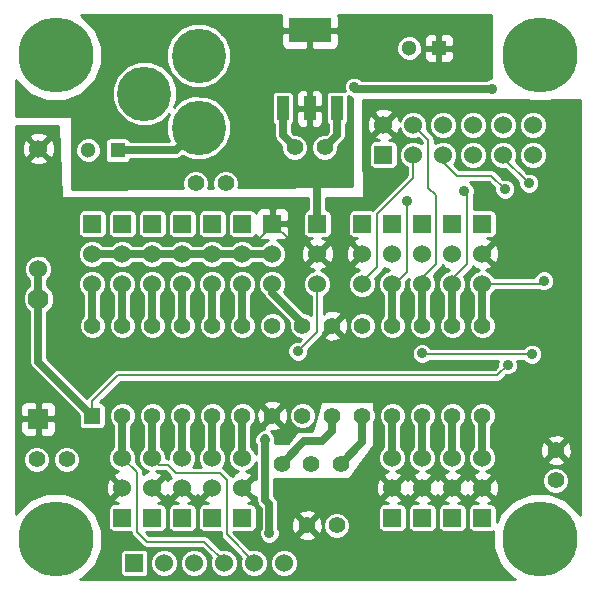
<source format=gtl>
G04 #@! TF.FileFunction,Copper,L1,Top,Signal*
%FSLAX46Y46*%
G04 Gerber Fmt 4.6, Leading zero omitted, Abs format (unit mm)*
G04 Created by KiCad (PCBNEW 4.0.1-stable) date 7/16/2016 1:11:57 PM*
%MOMM*%
G01*
G04 APERTURE LIST*
%ADD10C,0.150000*%
%ADD11R,3.657600X2.032000*%
%ADD12R,1.016000X2.032000*%
%ADD13C,1.397000*%
%ADD14R,1.397000X1.397000*%
%ADD15R,1.524000X1.524000*%
%ADD16C,1.524000*%
%ADD17C,1.778000*%
%ADD18R,1.778000X1.778000*%
%ADD19C,6.350000*%
%ADD20R,1.300000X1.300000*%
%ADD21C,1.300000*%
%ADD22C,4.600000*%
%ADD23C,0.889000*%
%ADD24C,0.203200*%
%ADD25C,0.635000*%
%ADD26C,0.254000*%
G04 APERTURE END LIST*
D10*
D11*
X115518000Y-51910000D03*
D12*
X115518000Y-58514000D03*
X117804000Y-58514000D03*
X113232000Y-58514000D03*
D13*
X116788000Y-61816000D03*
X114248000Y-61816000D03*
X94944000Y-88232000D03*
X92404000Y-88232000D03*
X108406000Y-64864000D03*
X105866000Y-64864000D03*
X99652000Y-84544000D03*
X102192000Y-84544000D03*
X104732000Y-84544000D03*
X107272000Y-84544000D03*
X109812000Y-84544000D03*
X112352000Y-84544000D03*
X114892000Y-84544000D03*
X117432000Y-84544000D03*
X119972000Y-84544000D03*
X122512000Y-84544000D03*
X125052000Y-84544000D03*
X127592000Y-84544000D03*
X130132000Y-84544000D03*
D14*
X97112000Y-84544000D03*
D13*
X130132000Y-76924000D03*
X127592000Y-76924000D03*
X125052000Y-76924000D03*
X122512000Y-76924000D03*
X119972000Y-76924000D03*
X117432000Y-76924000D03*
X114892000Y-76924000D03*
X112352000Y-76924000D03*
X109812000Y-76924000D03*
X107272000Y-76924000D03*
X104732000Y-76924000D03*
X102192000Y-76924000D03*
X99652000Y-76924000D03*
X97112000Y-76924000D03*
D15*
X100650000Y-97000000D03*
D16*
X103190000Y-97000000D03*
X105730000Y-97000000D03*
X108270000Y-97000000D03*
X110810000Y-97000000D03*
X113350000Y-97000000D03*
D15*
X109812000Y-93180000D03*
D16*
X109812000Y-90640000D03*
X109812000Y-88100000D03*
D15*
X119972000Y-68288000D03*
D16*
X119972000Y-70828000D03*
X119972000Y-73368000D03*
D15*
X122512000Y-68288000D03*
D16*
X122512000Y-70828000D03*
X122512000Y-73368000D03*
D15*
X125052000Y-68288000D03*
D16*
X125052000Y-70828000D03*
X125052000Y-73368000D03*
D15*
X127592000Y-68288000D03*
D16*
X127592000Y-70828000D03*
X127592000Y-73368000D03*
D15*
X130132000Y-68288000D03*
D16*
X130132000Y-70828000D03*
X130132000Y-73368000D03*
D15*
X130132000Y-93180000D03*
D16*
X130132000Y-90640000D03*
X130132000Y-88100000D03*
D15*
X127592000Y-93180000D03*
D16*
X127592000Y-90640000D03*
X127592000Y-88100000D03*
D15*
X125052000Y-93180000D03*
D16*
X125052000Y-90640000D03*
X125052000Y-88100000D03*
D15*
X122512000Y-93180000D03*
D16*
X122512000Y-90640000D03*
X122512000Y-88100000D03*
D15*
X109812000Y-68288000D03*
D16*
X109812000Y-70828000D03*
X109812000Y-73368000D03*
D15*
X107272000Y-93180000D03*
D16*
X107272000Y-90640000D03*
X107272000Y-88100000D03*
D15*
X104732000Y-93180000D03*
D16*
X104732000Y-90640000D03*
X104732000Y-88100000D03*
D15*
X102192000Y-93180000D03*
D16*
X102192000Y-90640000D03*
X102192000Y-88100000D03*
D15*
X99652000Y-93180000D03*
D16*
X99652000Y-90640000D03*
X99652000Y-88100000D03*
D15*
X97112000Y-68288000D03*
D16*
X97112000Y-70828000D03*
X97112000Y-73368000D03*
D15*
X99652000Y-68288000D03*
D16*
X99652000Y-70828000D03*
X99652000Y-73368000D03*
D15*
X102192000Y-68288000D03*
D16*
X102192000Y-70828000D03*
X102192000Y-73368000D03*
D15*
X104732000Y-68288000D03*
D16*
X104732000Y-70828000D03*
X104732000Y-73368000D03*
D15*
X107272000Y-68288000D03*
D16*
X107272000Y-70828000D03*
X107272000Y-73368000D03*
D17*
X92540000Y-74638000D03*
D18*
X92540000Y-84798000D03*
D16*
X92540000Y-61938000D03*
X92540000Y-72098000D03*
D15*
X112352000Y-68288000D03*
D16*
X112352000Y-70828000D03*
X112352000Y-73368000D03*
D15*
X116162000Y-68288000D03*
D16*
X116162000Y-70828000D03*
X116162000Y-73368000D03*
D15*
X121750000Y-62446000D03*
D16*
X121750000Y-59906000D03*
X124290000Y-62446000D03*
X124290000Y-59906000D03*
X126830000Y-62446000D03*
X126830000Y-59906000D03*
X129370000Y-62446000D03*
X129370000Y-59906000D03*
X131910000Y-62446000D03*
X131910000Y-59906000D03*
X134450000Y-62446000D03*
X134450000Y-59906000D03*
D13*
X115264000Y-93820000D03*
X117804000Y-93820000D03*
X136346000Y-87470000D03*
X136346000Y-90010000D03*
D19*
X94000000Y-54000000D03*
X135000000Y-54000000D03*
X135000000Y-95000000D03*
X94000000Y-95000000D03*
D20*
X99262000Y-62070000D03*
D21*
X96762000Y-62070000D03*
D20*
X126440000Y-53434000D03*
D21*
X123940000Y-53434000D03*
D22*
X106120000Y-54069000D03*
X106120000Y-60169000D03*
X101520000Y-57269000D03*
D13*
X118153360Y-88608000D03*
X113154640Y-88608000D03*
X115654000Y-88608000D03*
D23*
X128599000Y-65499000D03*
X123782000Y-66383000D03*
X125043000Y-79278500D03*
X134314000Y-79342000D03*
X134060000Y-64864000D03*
X135339000Y-73114000D03*
X132282000Y-80231000D03*
X132028000Y-65372000D03*
X130948500Y-56863000D03*
X119264500Y-56736000D03*
X114502000Y-79088000D03*
X112100000Y-94500000D03*
X111708000Y-86581000D03*
D24*
X112352000Y-68288000D02*
X112401500Y-68288000D01*
X112401500Y-68288000D02*
X113740000Y-69626500D01*
X112352000Y-68288000D02*
X112352000Y-68474500D01*
X112352000Y-68474500D02*
X111200000Y-69626500D01*
D25*
X109812000Y-76924000D02*
X109812000Y-73368000D01*
X107272000Y-76924000D02*
X107272000Y-73368000D01*
X104732000Y-76924000D02*
X104732000Y-73368000D01*
X102192000Y-76924000D02*
X102192000Y-73368000D01*
X99652000Y-76924000D02*
X99652000Y-73368000D01*
X97112000Y-76924000D02*
X97112000Y-73368000D01*
X114892000Y-76924000D02*
X114892000Y-76684000D01*
X112352000Y-74144000D02*
X112352000Y-73368000D01*
X114892000Y-76684000D02*
X112352000Y-74144000D01*
X99652000Y-88100000D02*
X99652000Y-84544000D01*
D24*
X108270000Y-97000000D02*
X108270000Y-96870000D01*
X100900000Y-89348000D02*
X99652000Y-88100000D01*
X100900000Y-94400000D02*
X100900000Y-89348000D01*
X101700000Y-95200000D02*
X100900000Y-94400000D01*
X106600000Y-95200000D02*
X101700000Y-95200000D01*
X108270000Y-96870000D02*
X106600000Y-95200000D01*
D25*
X102192000Y-88100000D02*
X102192000Y-84544000D01*
D24*
X110810000Y-97000000D02*
X110810000Y-96910000D01*
X102792000Y-88700000D02*
X102192000Y-88100000D01*
X103500000Y-88700000D02*
X102792000Y-88700000D01*
X104200000Y-89400000D02*
X103500000Y-88700000D01*
X107900000Y-89400000D02*
X104200000Y-89400000D01*
X108500000Y-90000000D02*
X107900000Y-89400000D01*
X108500000Y-94600000D02*
X108500000Y-90000000D01*
X110810000Y-96910000D02*
X108500000Y-94600000D01*
X127592000Y-73368000D02*
X127592000Y-72983000D01*
X128853000Y-65753000D02*
X128599000Y-65499000D01*
X128853000Y-71722000D02*
X128853000Y-65753000D01*
X127592000Y-72983000D02*
X128853000Y-71722000D01*
D25*
X127592000Y-73368000D02*
X127592000Y-76924000D01*
D24*
X125560000Y-62832000D02*
X125560000Y-65254000D01*
X125560000Y-65254000D02*
X126195000Y-65889000D01*
D25*
X125052000Y-73368000D02*
X125052000Y-76924000D01*
D24*
X125052000Y-73368000D02*
X125052000Y-72860000D01*
X126195000Y-71717000D02*
X126195000Y-65889000D01*
X125052000Y-72860000D02*
X126195000Y-71717000D01*
X125560000Y-61176000D02*
X124290000Y-59906000D01*
X125560000Y-62832000D02*
X125560000Y-61176000D01*
D25*
X122512000Y-73368000D02*
X122512000Y-76924000D01*
D24*
X122512000Y-73368000D02*
X122766000Y-73368000D01*
X123782000Y-72352000D02*
X123782000Y-66383000D01*
X122766000Y-73368000D02*
X123782000Y-72352000D01*
X121242000Y-68547000D02*
X121242000Y-67458500D01*
X124290000Y-64410500D02*
X124290000Y-62446000D01*
X121242000Y-67458500D02*
X124290000Y-64410500D01*
X119972000Y-73368000D02*
X119972000Y-73241000D01*
X119972000Y-73241000D02*
X121242000Y-71971000D01*
X121242000Y-71971000D02*
X121242000Y-68547000D01*
D25*
X104732000Y-88100000D02*
X104732000Y-84544000D01*
X107272000Y-88100000D02*
X107272000Y-84544000D01*
X109812000Y-88100000D02*
X109812000Y-84544000D01*
X122512000Y-84544000D02*
X122512000Y-88100000D01*
D24*
X125106500Y-79342000D02*
X134314000Y-79342000D01*
X125043000Y-79278500D02*
X125106500Y-79342000D01*
X134060000Y-64864000D02*
X131910000Y-62714000D01*
X131910000Y-62714000D02*
X131910000Y-62446000D01*
D25*
X125052000Y-84544000D02*
X125052000Y-88100000D01*
X127592000Y-84544000D02*
X127592000Y-88100000D01*
X130132000Y-84544000D02*
X130132000Y-88100000D01*
X130132000Y-73368000D02*
X130132000Y-76924000D01*
D24*
X130132000Y-73368000D02*
X135085000Y-73368000D01*
X135085000Y-73368000D02*
X135339000Y-73114000D01*
D25*
X117432000Y-84544000D02*
X117432000Y-85810000D01*
X115054640Y-86708000D02*
X113154640Y-88608000D01*
X116534000Y-86708000D02*
X115054640Y-86708000D01*
X117432000Y-85810000D02*
X116534000Y-86708000D01*
X119972000Y-84544000D02*
X119972000Y-86789360D01*
X119972000Y-86789360D02*
X118153360Y-88608000D01*
D24*
X113300000Y-81120000D02*
X99280000Y-81120000D01*
X97112000Y-83288000D02*
X97112000Y-84544000D01*
X99280000Y-81120000D02*
X97112000Y-83288000D01*
X126830000Y-62446000D02*
X126830000Y-63095000D01*
X130885000Y-64229000D02*
X132028000Y-65372000D01*
X127964000Y-64229000D02*
X130885000Y-64229000D01*
X126830000Y-63095000D02*
X127964000Y-64229000D01*
X131393000Y-81120000D02*
X132282000Y-80231000D01*
X113300000Y-81120000D02*
X131393000Y-81120000D01*
D25*
X92540000Y-74638000D02*
X92540000Y-79972000D01*
X92540000Y-79972000D02*
X97112000Y-84544000D01*
X92540000Y-74638000D02*
X92540000Y-72098000D01*
X119391500Y-56863000D02*
X130948500Y-56863000D01*
X119264500Y-56736000D02*
X119391500Y-56863000D01*
X117804000Y-60800000D02*
X116788000Y-61816000D01*
X117804000Y-58514000D02*
X117804000Y-60800000D01*
X104215000Y-62070000D02*
X106120000Y-60165000D01*
X99262000Y-62070000D02*
X104215000Y-62070000D01*
X116162000Y-68288000D02*
X116162000Y-64746000D01*
X116162000Y-64746000D02*
X116153000Y-64737000D01*
X113232000Y-60800000D02*
X114248000Y-61816000D01*
X113232000Y-58514000D02*
X113232000Y-60800000D01*
D24*
X116592500Y-73368000D02*
X116162000Y-73368000D01*
D25*
X111708000Y-91661000D02*
X111708000Y-86454000D01*
X112100000Y-92053000D02*
X111708000Y-91661000D01*
X112100000Y-94500000D02*
X112100000Y-92053000D01*
D24*
X111708000Y-86581000D02*
X111708000Y-86454000D01*
X114506000Y-79088000D02*
X116162000Y-77432000D01*
X116162000Y-77432000D02*
X116162000Y-73368000D01*
X114502000Y-79088000D02*
X114506000Y-79088000D01*
D25*
X97112000Y-70828000D02*
X99652000Y-70828000D01*
X99652000Y-70828000D02*
X102192000Y-70828000D01*
X102192000Y-70828000D02*
X104732000Y-70828000D01*
X104732000Y-70828000D02*
X107272000Y-70828000D01*
X107272000Y-70828000D02*
X109812000Y-70828000D01*
X109812000Y-70828000D02*
X112352000Y-70828000D01*
D26*
G36*
X134213447Y-57936315D02*
X135779682Y-57937682D01*
X136087486Y-57810500D01*
X138399700Y-57810500D01*
X138399700Y-92918303D01*
X138339572Y-92772782D01*
X137233043Y-91664320D01*
X135786553Y-91063685D01*
X134220318Y-91062318D01*
X132772782Y-91660428D01*
X131664320Y-92766957D01*
X131334259Y-93561832D01*
X131334259Y-92418000D01*
X131304150Y-92257985D01*
X131209581Y-92111020D01*
X131065285Y-92012427D01*
X130894000Y-91977741D01*
X130584678Y-91977741D01*
X130863143Y-91862397D01*
X130932608Y-91620213D01*
X130132000Y-90819605D01*
X129331392Y-91620213D01*
X129400857Y-91862397D01*
X129724162Y-91977741D01*
X129370000Y-91977741D01*
X129209985Y-92007850D01*
X129063020Y-92102419D01*
X128964427Y-92246715D01*
X128929741Y-92418000D01*
X128929741Y-93942000D01*
X128959850Y-94102015D01*
X129054419Y-94248980D01*
X129198715Y-94347573D01*
X129370000Y-94382259D01*
X130894000Y-94382259D01*
X131054015Y-94352150D01*
X131063569Y-94346002D01*
X131062318Y-95779682D01*
X131660428Y-97227218D01*
X132766957Y-98335680D01*
X132921134Y-98399700D01*
X96081697Y-98399700D01*
X96227218Y-98339572D01*
X97335680Y-97233043D01*
X97748857Y-96238000D01*
X99447741Y-96238000D01*
X99447741Y-97762000D01*
X99477850Y-97922015D01*
X99572419Y-98068980D01*
X99716715Y-98167573D01*
X99888000Y-98202259D01*
X101412000Y-98202259D01*
X101572015Y-98172150D01*
X101718980Y-98077581D01*
X101817573Y-97933285D01*
X101852259Y-97762000D01*
X101852259Y-97236420D01*
X101995993Y-97236420D01*
X102177355Y-97675350D01*
X102512884Y-98011464D01*
X102951497Y-98193592D01*
X103426420Y-98194007D01*
X103865350Y-98012645D01*
X104201464Y-97677116D01*
X104383592Y-97238503D01*
X104383593Y-97236420D01*
X104535993Y-97236420D01*
X104717355Y-97675350D01*
X105052884Y-98011464D01*
X105491497Y-98193592D01*
X105966420Y-98194007D01*
X106405350Y-98012645D01*
X106741464Y-97677116D01*
X106923592Y-97238503D01*
X106924007Y-96763580D01*
X106742645Y-96324650D01*
X106407116Y-95988536D01*
X105968503Y-95806408D01*
X105493580Y-95805993D01*
X105054650Y-95987355D01*
X104718536Y-96322884D01*
X104536408Y-96761497D01*
X104535993Y-97236420D01*
X104383593Y-97236420D01*
X104384007Y-96763580D01*
X104202645Y-96324650D01*
X103867116Y-95988536D01*
X103428503Y-95806408D01*
X102953580Y-95805993D01*
X102514650Y-95987355D01*
X102178536Y-96322884D01*
X101996408Y-96761497D01*
X101995993Y-97236420D01*
X101852259Y-97236420D01*
X101852259Y-96238000D01*
X101822150Y-96077985D01*
X101727581Y-95931020D01*
X101583285Y-95832427D01*
X101412000Y-95797741D01*
X99888000Y-95797741D01*
X99727985Y-95827850D01*
X99581020Y-95922419D01*
X99482427Y-96066715D01*
X99447741Y-96238000D01*
X97748857Y-96238000D01*
X97936315Y-95786553D01*
X97937682Y-94220318D01*
X97339572Y-92772782D01*
X96985409Y-92418000D01*
X98449741Y-92418000D01*
X98449741Y-93942000D01*
X98479850Y-94102015D01*
X98574419Y-94248980D01*
X98718715Y-94347573D01*
X98890000Y-94382259D01*
X100366600Y-94382259D01*
X100366600Y-94400000D01*
X100407203Y-94604123D01*
X100522829Y-94777171D01*
X101322829Y-95577171D01*
X101495877Y-95692797D01*
X101700000Y-95733400D01*
X106379058Y-95733400D01*
X107173451Y-96527793D01*
X107076408Y-96761497D01*
X107075993Y-97236420D01*
X107257355Y-97675350D01*
X107592884Y-98011464D01*
X108031497Y-98193592D01*
X108506420Y-98194007D01*
X108945350Y-98012645D01*
X109281464Y-97677116D01*
X109463592Y-97238503D01*
X109464007Y-96763580D01*
X109282645Y-96324650D01*
X108947116Y-95988536D01*
X108508503Y-95806408D01*
X108033580Y-95805993D01*
X107981750Y-95827408D01*
X106977171Y-94822829D01*
X106804123Y-94707203D01*
X106600000Y-94666600D01*
X101920942Y-94666600D01*
X101636601Y-94382259D01*
X102954000Y-94382259D01*
X103114015Y-94352150D01*
X103260980Y-94257581D01*
X103359573Y-94113285D01*
X103394259Y-93942000D01*
X103394259Y-92418000D01*
X103529741Y-92418000D01*
X103529741Y-93942000D01*
X103559850Y-94102015D01*
X103654419Y-94248980D01*
X103798715Y-94347573D01*
X103970000Y-94382259D01*
X105494000Y-94382259D01*
X105654015Y-94352150D01*
X105800980Y-94257581D01*
X105899573Y-94113285D01*
X105934259Y-93942000D01*
X105934259Y-92418000D01*
X105904150Y-92257985D01*
X105809581Y-92111020D01*
X105665285Y-92012427D01*
X105494000Y-91977741D01*
X105184678Y-91977741D01*
X105463143Y-91862397D01*
X105532608Y-91620213D01*
X104732000Y-90819605D01*
X103931392Y-91620213D01*
X104000857Y-91862397D01*
X104324162Y-91977741D01*
X103970000Y-91977741D01*
X103809985Y-92007850D01*
X103663020Y-92102419D01*
X103564427Y-92246715D01*
X103529741Y-92418000D01*
X103394259Y-92418000D01*
X103364150Y-92257985D01*
X103269581Y-92111020D01*
X103125285Y-92012427D01*
X102954000Y-91977741D01*
X102644678Y-91977741D01*
X102923143Y-91862397D01*
X102992608Y-91620213D01*
X102192000Y-90819605D01*
X102177858Y-90833748D01*
X101998253Y-90654143D01*
X102012395Y-90640000D01*
X101998253Y-90625858D01*
X102177858Y-90446253D01*
X102192000Y-90460395D01*
X102992608Y-89659787D01*
X102923143Y-89417603D01*
X102497130Y-89265616D01*
X102645586Y-89204276D01*
X102792000Y-89233400D01*
X103279058Y-89233400D01*
X103703407Y-89657749D01*
X103636774Y-89724382D01*
X103751785Y-89839393D01*
X103509603Y-89908857D01*
X103465547Y-90032344D01*
X103414397Y-89908857D01*
X103172213Y-89839392D01*
X102371605Y-90640000D01*
X103172213Y-91440608D01*
X103414397Y-91371143D01*
X103458453Y-91247656D01*
X103509603Y-91371143D01*
X103751787Y-91440608D01*
X104552395Y-90640000D01*
X104538253Y-90625858D01*
X104717858Y-90446253D01*
X104732000Y-90460395D01*
X104746143Y-90446253D01*
X104925748Y-90625858D01*
X104911605Y-90640000D01*
X105712213Y-91440608D01*
X105954397Y-91371143D01*
X105998453Y-91247656D01*
X106049603Y-91371143D01*
X106291787Y-91440608D01*
X107092395Y-90640000D01*
X107078253Y-90625858D01*
X107257858Y-90446253D01*
X107272000Y-90460395D01*
X107286143Y-90446253D01*
X107465748Y-90625858D01*
X107451605Y-90640000D01*
X107465748Y-90654143D01*
X107286143Y-90833748D01*
X107272000Y-90819605D01*
X106471392Y-91620213D01*
X106540857Y-91862397D01*
X106864162Y-91977741D01*
X106510000Y-91977741D01*
X106349985Y-92007850D01*
X106203020Y-92102419D01*
X106104427Y-92246715D01*
X106069741Y-92418000D01*
X106069741Y-93942000D01*
X106099850Y-94102015D01*
X106194419Y-94248980D01*
X106338715Y-94347573D01*
X106510000Y-94382259D01*
X107966600Y-94382259D01*
X107966600Y-94600000D01*
X108007203Y-94804123D01*
X108122829Y-94977171D01*
X109701714Y-96556056D01*
X109616408Y-96761497D01*
X109615993Y-97236420D01*
X109797355Y-97675350D01*
X110132884Y-98011464D01*
X110571497Y-98193592D01*
X111046420Y-98194007D01*
X111485350Y-98012645D01*
X111821464Y-97677116D01*
X112003592Y-97238503D01*
X112003593Y-97236420D01*
X112155993Y-97236420D01*
X112337355Y-97675350D01*
X112672884Y-98011464D01*
X113111497Y-98193592D01*
X113586420Y-98194007D01*
X114025350Y-98012645D01*
X114361464Y-97677116D01*
X114543592Y-97238503D01*
X114544007Y-96763580D01*
X114362645Y-96324650D01*
X114027116Y-95988536D01*
X113588503Y-95806408D01*
X113113580Y-95805993D01*
X112674650Y-95987355D01*
X112338536Y-96322884D01*
X112156408Y-96761497D01*
X112155993Y-97236420D01*
X112003593Y-97236420D01*
X112004007Y-96763580D01*
X111822645Y-96324650D01*
X111487116Y-95988536D01*
X111048503Y-95806408D01*
X110573580Y-95805993D01*
X110493446Y-95839104D01*
X109033400Y-94379058D01*
X109033400Y-94378897D01*
X109050000Y-94382259D01*
X110574000Y-94382259D01*
X110734015Y-94352150D01*
X110880980Y-94257581D01*
X110979573Y-94113285D01*
X111014259Y-93942000D01*
X111014259Y-92418000D01*
X110984150Y-92257985D01*
X110889581Y-92111020D01*
X110745285Y-92012427D01*
X110574000Y-91977741D01*
X110264678Y-91977741D01*
X110543143Y-91862397D01*
X110612608Y-91620213D01*
X109812000Y-90819605D01*
X109797858Y-90833748D01*
X109618253Y-90654143D01*
X109632395Y-90640000D01*
X109618253Y-90625858D01*
X109797858Y-90446253D01*
X109812000Y-90460395D01*
X110612608Y-89659787D01*
X110543143Y-89417603D01*
X110117130Y-89265616D01*
X110487350Y-89112645D01*
X110823464Y-88777116D01*
X110958700Y-88451431D01*
X110958700Y-89887145D01*
X110792213Y-89839392D01*
X109991605Y-90640000D01*
X110792213Y-91440608D01*
X110958700Y-91392855D01*
X110958700Y-91661000D01*
X111015737Y-91947745D01*
X111178165Y-92190835D01*
X111350700Y-92363370D01*
X111350700Y-94019445D01*
X111223852Y-94324928D01*
X111223548Y-94673542D01*
X111356676Y-94995736D01*
X111602968Y-95242458D01*
X111924928Y-95376148D01*
X112273542Y-95376452D01*
X112595736Y-95243324D01*
X112842458Y-94997032D01*
X112943296Y-94754188D01*
X114509417Y-94754188D01*
X114571071Y-94989800D01*
X115071480Y-95165927D01*
X115601199Y-95137148D01*
X115956929Y-94989800D01*
X116018583Y-94754188D01*
X115264000Y-93999605D01*
X114509417Y-94754188D01*
X112943296Y-94754188D01*
X112976148Y-94675072D01*
X112976452Y-94326458D01*
X112849300Y-94018727D01*
X112849300Y-93627480D01*
X113918073Y-93627480D01*
X113946852Y-94157199D01*
X114094200Y-94512929D01*
X114329812Y-94574583D01*
X115084395Y-93820000D01*
X115443605Y-93820000D01*
X116198188Y-94574583D01*
X116433800Y-94512929D01*
X116598902Y-94043844D01*
X116673504Y-94043844D01*
X116845219Y-94459427D01*
X117162900Y-94777663D01*
X117578183Y-94950103D01*
X118027844Y-94950496D01*
X118443427Y-94778781D01*
X118761663Y-94461100D01*
X118934103Y-94045817D01*
X118934496Y-93596156D01*
X118762781Y-93180573D01*
X118445100Y-92862337D01*
X118029817Y-92689897D01*
X117580156Y-92689504D01*
X117164573Y-92861219D01*
X116846337Y-93178900D01*
X116673897Y-93594183D01*
X116673504Y-94043844D01*
X116598902Y-94043844D01*
X116609927Y-94012520D01*
X116581148Y-93482801D01*
X116433800Y-93127071D01*
X116198188Y-93065417D01*
X115443605Y-93820000D01*
X115084395Y-93820000D01*
X114329812Y-93065417D01*
X114094200Y-93127071D01*
X113918073Y-93627480D01*
X112849300Y-93627480D01*
X112849300Y-92885812D01*
X114509417Y-92885812D01*
X115264000Y-93640395D01*
X116018583Y-92885812D01*
X115956929Y-92650200D01*
X115456520Y-92474073D01*
X114926801Y-92502852D01*
X114571071Y-92650200D01*
X114509417Y-92885812D01*
X112849300Y-92885812D01*
X112849300Y-92418000D01*
X121309741Y-92418000D01*
X121309741Y-93942000D01*
X121339850Y-94102015D01*
X121434419Y-94248980D01*
X121578715Y-94347573D01*
X121750000Y-94382259D01*
X123274000Y-94382259D01*
X123434015Y-94352150D01*
X123580980Y-94257581D01*
X123679573Y-94113285D01*
X123714259Y-93942000D01*
X123714259Y-92418000D01*
X123849741Y-92418000D01*
X123849741Y-93942000D01*
X123879850Y-94102015D01*
X123974419Y-94248980D01*
X124118715Y-94347573D01*
X124290000Y-94382259D01*
X125814000Y-94382259D01*
X125974015Y-94352150D01*
X126120980Y-94257581D01*
X126219573Y-94113285D01*
X126254259Y-93942000D01*
X126254259Y-92418000D01*
X126389741Y-92418000D01*
X126389741Y-93942000D01*
X126419850Y-94102015D01*
X126514419Y-94248980D01*
X126658715Y-94347573D01*
X126830000Y-94382259D01*
X128354000Y-94382259D01*
X128514015Y-94352150D01*
X128660980Y-94257581D01*
X128759573Y-94113285D01*
X128794259Y-93942000D01*
X128794259Y-92418000D01*
X128764150Y-92257985D01*
X128669581Y-92111020D01*
X128525285Y-92012427D01*
X128354000Y-91977741D01*
X128044678Y-91977741D01*
X128323143Y-91862397D01*
X128392608Y-91620213D01*
X127592000Y-90819605D01*
X126791392Y-91620213D01*
X126860857Y-91862397D01*
X127184162Y-91977741D01*
X126830000Y-91977741D01*
X126669985Y-92007850D01*
X126523020Y-92102419D01*
X126424427Y-92246715D01*
X126389741Y-92418000D01*
X126254259Y-92418000D01*
X126224150Y-92257985D01*
X126129581Y-92111020D01*
X125985285Y-92012427D01*
X125814000Y-91977741D01*
X125504678Y-91977741D01*
X125783143Y-91862397D01*
X125852608Y-91620213D01*
X125052000Y-90819605D01*
X124251392Y-91620213D01*
X124320857Y-91862397D01*
X124644162Y-91977741D01*
X124290000Y-91977741D01*
X124129985Y-92007850D01*
X123983020Y-92102419D01*
X123884427Y-92246715D01*
X123849741Y-92418000D01*
X123714259Y-92418000D01*
X123684150Y-92257985D01*
X123589581Y-92111020D01*
X123445285Y-92012427D01*
X123274000Y-91977741D01*
X122964678Y-91977741D01*
X123243143Y-91862397D01*
X123312608Y-91620213D01*
X122512000Y-90819605D01*
X121711392Y-91620213D01*
X121780857Y-91862397D01*
X122104162Y-91977741D01*
X121750000Y-91977741D01*
X121589985Y-92007850D01*
X121443020Y-92102419D01*
X121344427Y-92246715D01*
X121309741Y-92418000D01*
X112849300Y-92418000D01*
X112849300Y-92053000D01*
X112792263Y-91766255D01*
X112629835Y-91523165D01*
X112457300Y-91350630D01*
X112457300Y-90432302D01*
X121102856Y-90432302D01*
X121130638Y-90987368D01*
X121289603Y-91371143D01*
X121531787Y-91440608D01*
X122332395Y-90640000D01*
X122691605Y-90640000D01*
X123492213Y-91440608D01*
X123734397Y-91371143D01*
X123778453Y-91247656D01*
X123829603Y-91371143D01*
X124071787Y-91440608D01*
X124872395Y-90640000D01*
X125231605Y-90640000D01*
X126032213Y-91440608D01*
X126274397Y-91371143D01*
X126318453Y-91247656D01*
X126369603Y-91371143D01*
X126611787Y-91440608D01*
X127412395Y-90640000D01*
X127771605Y-90640000D01*
X128572213Y-91440608D01*
X128814397Y-91371143D01*
X128858453Y-91247656D01*
X128909603Y-91371143D01*
X129151787Y-91440608D01*
X129952395Y-90640000D01*
X130311605Y-90640000D01*
X131112213Y-91440608D01*
X131354397Y-91371143D01*
X131541144Y-90847698D01*
X131513362Y-90292632D01*
X131489012Y-90233844D01*
X135215504Y-90233844D01*
X135387219Y-90649427D01*
X135704900Y-90967663D01*
X136120183Y-91140103D01*
X136569844Y-91140496D01*
X136985427Y-90968781D01*
X137303663Y-90651100D01*
X137476103Y-90235817D01*
X137476496Y-89786156D01*
X137304781Y-89370573D01*
X136987100Y-89052337D01*
X136571817Y-88879897D01*
X136122156Y-88879504D01*
X135706573Y-89051219D01*
X135388337Y-89368900D01*
X135215897Y-89784183D01*
X135215504Y-90233844D01*
X131489012Y-90233844D01*
X131354397Y-89908857D01*
X131112213Y-89839392D01*
X130311605Y-90640000D01*
X129952395Y-90640000D01*
X129151787Y-89839392D01*
X128909603Y-89908857D01*
X128865547Y-90032344D01*
X128814397Y-89908857D01*
X128572213Y-89839392D01*
X127771605Y-90640000D01*
X127412395Y-90640000D01*
X126611787Y-89839392D01*
X126369603Y-89908857D01*
X126325547Y-90032344D01*
X126274397Y-89908857D01*
X126032213Y-89839392D01*
X125231605Y-90640000D01*
X124872395Y-90640000D01*
X124071787Y-89839392D01*
X123829603Y-89908857D01*
X123785547Y-90032344D01*
X123734397Y-89908857D01*
X123492213Y-89839392D01*
X122691605Y-90640000D01*
X122332395Y-90640000D01*
X121531787Y-89839392D01*
X121289603Y-89908857D01*
X121102856Y-90432302D01*
X112457300Y-90432302D01*
X112457300Y-89883000D01*
X118820000Y-89883000D01*
X118885556Y-89864772D01*
X118922709Y-89830698D01*
X120009456Y-88336420D01*
X121317993Y-88336420D01*
X121499355Y-88775350D01*
X121834884Y-89111464D01*
X122186663Y-89257535D01*
X122164632Y-89258638D01*
X121780857Y-89417603D01*
X121711392Y-89659787D01*
X122512000Y-90460395D01*
X123312608Y-89659787D01*
X123243143Y-89417603D01*
X122817130Y-89265616D01*
X123187350Y-89112645D01*
X123523464Y-88777116D01*
X123705592Y-88338503D01*
X123705593Y-88336420D01*
X123857993Y-88336420D01*
X124039355Y-88775350D01*
X124374884Y-89111464D01*
X124726663Y-89257535D01*
X124704632Y-89258638D01*
X124320857Y-89417603D01*
X124251392Y-89659787D01*
X125052000Y-90460395D01*
X125852608Y-89659787D01*
X125783143Y-89417603D01*
X125357130Y-89265616D01*
X125727350Y-89112645D01*
X126063464Y-88777116D01*
X126245592Y-88338503D01*
X126245593Y-88336420D01*
X126397993Y-88336420D01*
X126579355Y-88775350D01*
X126914884Y-89111464D01*
X127266663Y-89257535D01*
X127244632Y-89258638D01*
X126860857Y-89417603D01*
X126791392Y-89659787D01*
X127592000Y-90460395D01*
X128392608Y-89659787D01*
X128323143Y-89417603D01*
X127897130Y-89265616D01*
X128267350Y-89112645D01*
X128603464Y-88777116D01*
X128785592Y-88338503D01*
X128785593Y-88336420D01*
X128937993Y-88336420D01*
X129119355Y-88775350D01*
X129454884Y-89111464D01*
X129806663Y-89257535D01*
X129784632Y-89258638D01*
X129400857Y-89417603D01*
X129331392Y-89659787D01*
X130132000Y-90460395D01*
X130932608Y-89659787D01*
X130863143Y-89417603D01*
X130437130Y-89265616D01*
X130807350Y-89112645D01*
X131143464Y-88777116D01*
X131298317Y-88404188D01*
X135591417Y-88404188D01*
X135653071Y-88639800D01*
X136153480Y-88815927D01*
X136683199Y-88787148D01*
X137038929Y-88639800D01*
X137100583Y-88404188D01*
X136346000Y-87649605D01*
X135591417Y-88404188D01*
X131298317Y-88404188D01*
X131325592Y-88338503D01*
X131326007Y-87863580D01*
X131144645Y-87424650D01*
X130997732Y-87277480D01*
X135000073Y-87277480D01*
X135028852Y-87807199D01*
X135176200Y-88162929D01*
X135411812Y-88224583D01*
X136166395Y-87470000D01*
X136525605Y-87470000D01*
X137280188Y-88224583D01*
X137515800Y-88162929D01*
X137691927Y-87662520D01*
X137663148Y-87132801D01*
X137515800Y-86777071D01*
X137280188Y-86715417D01*
X136525605Y-87470000D01*
X136166395Y-87470000D01*
X135411812Y-86715417D01*
X135176200Y-86777071D01*
X135000073Y-87277480D01*
X130997732Y-87277480D01*
X130881300Y-87160846D01*
X130881300Y-86535812D01*
X135591417Y-86535812D01*
X136346000Y-87290395D01*
X137100583Y-86535812D01*
X137038929Y-86300200D01*
X136538520Y-86124073D01*
X136008801Y-86152852D01*
X135653071Y-86300200D01*
X135591417Y-86535812D01*
X130881300Y-86535812D01*
X130881300Y-85393100D01*
X131089663Y-85185100D01*
X131262103Y-84769817D01*
X131262496Y-84320156D01*
X131090781Y-83904573D01*
X130773100Y-83586337D01*
X130357817Y-83413897D01*
X129908156Y-83413504D01*
X129492573Y-83585219D01*
X129174337Y-83902900D01*
X129001897Y-84318183D01*
X129001504Y-84767844D01*
X129173219Y-85183427D01*
X129382700Y-85393274D01*
X129382700Y-87161176D01*
X129120536Y-87422884D01*
X128938408Y-87861497D01*
X128937993Y-88336420D01*
X128785593Y-88336420D01*
X128786007Y-87863580D01*
X128604645Y-87424650D01*
X128341300Y-87160846D01*
X128341300Y-85393100D01*
X128549663Y-85185100D01*
X128722103Y-84769817D01*
X128722496Y-84320156D01*
X128550781Y-83904573D01*
X128233100Y-83586337D01*
X127817817Y-83413897D01*
X127368156Y-83413504D01*
X126952573Y-83585219D01*
X126634337Y-83902900D01*
X126461897Y-84318183D01*
X126461504Y-84767844D01*
X126633219Y-85183427D01*
X126842700Y-85393274D01*
X126842700Y-87161176D01*
X126580536Y-87422884D01*
X126398408Y-87861497D01*
X126397993Y-88336420D01*
X126245593Y-88336420D01*
X126246007Y-87863580D01*
X126064645Y-87424650D01*
X125801300Y-87160846D01*
X125801300Y-85393100D01*
X126009663Y-85185100D01*
X126182103Y-84769817D01*
X126182496Y-84320156D01*
X126010781Y-83904573D01*
X125693100Y-83586337D01*
X125277817Y-83413897D01*
X124828156Y-83413504D01*
X124412573Y-83585219D01*
X124094337Y-83902900D01*
X123921897Y-84318183D01*
X123921504Y-84767844D01*
X124093219Y-85183427D01*
X124302700Y-85393274D01*
X124302700Y-87161176D01*
X124040536Y-87422884D01*
X123858408Y-87861497D01*
X123857993Y-88336420D01*
X123705593Y-88336420D01*
X123706007Y-87863580D01*
X123524645Y-87424650D01*
X123261300Y-87160846D01*
X123261300Y-85393100D01*
X123469663Y-85185100D01*
X123642103Y-84769817D01*
X123642496Y-84320156D01*
X123470781Y-83904573D01*
X123153100Y-83586337D01*
X122737817Y-83413897D01*
X122288156Y-83413504D01*
X121872573Y-83585219D01*
X121554337Y-83902900D01*
X121381897Y-84318183D01*
X121381504Y-84767844D01*
X121553219Y-85183427D01*
X121762700Y-85393274D01*
X121762700Y-87161176D01*
X121500536Y-87422884D01*
X121318408Y-87861497D01*
X121317993Y-88336420D01*
X120009456Y-88336420D01*
X120954709Y-87036698D01*
X120968994Y-87011410D01*
X120979000Y-86962000D01*
X120979000Y-85066283D01*
X121102103Y-84769817D01*
X121102496Y-84320156D01*
X120979000Y-84021272D01*
X120979000Y-83406000D01*
X120970315Y-83359841D01*
X120943035Y-83317447D01*
X120901410Y-83289006D01*
X120852000Y-83279000D01*
X116534000Y-83279000D01*
X116470170Y-83296206D01*
X116432483Y-83329690D01*
X116410792Y-83375198D01*
X116157976Y-84386462D01*
X115680463Y-85819000D01*
X114502000Y-85819000D01*
X114438051Y-85836275D01*
X114400400Y-85869800D01*
X113676500Y-86835000D01*
X112551374Y-86835000D01*
X112584148Y-86756072D01*
X112584452Y-86407458D01*
X112451324Y-86085264D01*
X112251345Y-85884936D01*
X112689199Y-85861148D01*
X113044929Y-85713800D01*
X113106583Y-85478188D01*
X112352000Y-84723605D01*
X111597417Y-85478188D01*
X111656678Y-85704655D01*
X111534458Y-85704548D01*
X111212264Y-85837676D01*
X110965542Y-86083968D01*
X110831852Y-86405928D01*
X110831548Y-86754542D01*
X110958700Y-87062273D01*
X110958700Y-87749088D01*
X110824645Y-87424650D01*
X110561300Y-87160846D01*
X110561300Y-85393100D01*
X110769663Y-85185100D01*
X110942103Y-84769817D01*
X110942468Y-84351480D01*
X111006073Y-84351480D01*
X111034852Y-84881199D01*
X111182200Y-85236929D01*
X111417812Y-85298583D01*
X112172395Y-84544000D01*
X112531605Y-84544000D01*
X113286188Y-85298583D01*
X113521800Y-85236929D01*
X113686902Y-84767844D01*
X113761504Y-84767844D01*
X113933219Y-85183427D01*
X114250900Y-85501663D01*
X114666183Y-85674103D01*
X115115844Y-85674496D01*
X115531427Y-85502781D01*
X115849663Y-85185100D01*
X116022103Y-84769817D01*
X116022496Y-84320156D01*
X115850781Y-83904573D01*
X115533100Y-83586337D01*
X115117817Y-83413897D01*
X114668156Y-83413504D01*
X114252573Y-83585219D01*
X113934337Y-83902900D01*
X113761897Y-84318183D01*
X113761504Y-84767844D01*
X113686902Y-84767844D01*
X113697927Y-84736520D01*
X113669148Y-84206801D01*
X113521800Y-83851071D01*
X113286188Y-83789417D01*
X112531605Y-84544000D01*
X112172395Y-84544000D01*
X111417812Y-83789417D01*
X111182200Y-83851071D01*
X111006073Y-84351480D01*
X110942468Y-84351480D01*
X110942496Y-84320156D01*
X110770781Y-83904573D01*
X110476535Y-83609812D01*
X111597417Y-83609812D01*
X112352000Y-84364395D01*
X113106583Y-83609812D01*
X113044929Y-83374200D01*
X112544520Y-83198073D01*
X112014801Y-83226852D01*
X111659071Y-83374200D01*
X111597417Y-83609812D01*
X110476535Y-83609812D01*
X110453100Y-83586337D01*
X110037817Y-83413897D01*
X109588156Y-83413504D01*
X109172573Y-83585219D01*
X108854337Y-83902900D01*
X108681897Y-84318183D01*
X108681504Y-84767844D01*
X108853219Y-85183427D01*
X109062700Y-85393274D01*
X109062700Y-87161176D01*
X108800536Y-87422884D01*
X108618408Y-87861497D01*
X108617993Y-88336420D01*
X108799355Y-88775350D01*
X109134884Y-89111464D01*
X109486663Y-89257535D01*
X109464632Y-89258638D01*
X109080857Y-89417603D01*
X109011393Y-89659785D01*
X108896382Y-89544774D01*
X108847749Y-89593407D01*
X108277171Y-89022829D01*
X108133492Y-88926827D01*
X108283464Y-88777116D01*
X108465592Y-88338503D01*
X108466007Y-87863580D01*
X108284645Y-87424650D01*
X108021300Y-87160846D01*
X108021300Y-85393100D01*
X108229663Y-85185100D01*
X108402103Y-84769817D01*
X108402496Y-84320156D01*
X108230781Y-83904573D01*
X107913100Y-83586337D01*
X107497817Y-83413897D01*
X107048156Y-83413504D01*
X106632573Y-83585219D01*
X106314337Y-83902900D01*
X106141897Y-84318183D01*
X106141504Y-84767844D01*
X106313219Y-85183427D01*
X106522700Y-85393274D01*
X106522700Y-87161176D01*
X106260536Y-87422884D01*
X106078408Y-87861497D01*
X106077993Y-88336420D01*
X106259355Y-88775350D01*
X106350446Y-88866600D01*
X105653824Y-88866600D01*
X105743464Y-88777116D01*
X105925592Y-88338503D01*
X105926007Y-87863580D01*
X105744645Y-87424650D01*
X105481300Y-87160846D01*
X105481300Y-85393100D01*
X105689663Y-85185100D01*
X105862103Y-84769817D01*
X105862496Y-84320156D01*
X105690781Y-83904573D01*
X105373100Y-83586337D01*
X104957817Y-83413897D01*
X104508156Y-83413504D01*
X104092573Y-83585219D01*
X103774337Y-83902900D01*
X103601897Y-84318183D01*
X103601504Y-84767844D01*
X103773219Y-85183427D01*
X103982700Y-85393274D01*
X103982700Y-87161176D01*
X103720536Y-87422884D01*
X103538408Y-87861497D01*
X103538135Y-88174186D01*
X103500000Y-88166600D01*
X103385742Y-88166600D01*
X103386007Y-87863580D01*
X103204645Y-87424650D01*
X102941300Y-87160846D01*
X102941300Y-85393100D01*
X103149663Y-85185100D01*
X103322103Y-84769817D01*
X103322496Y-84320156D01*
X103150781Y-83904573D01*
X102833100Y-83586337D01*
X102417817Y-83413897D01*
X101968156Y-83413504D01*
X101552573Y-83585219D01*
X101234337Y-83902900D01*
X101061897Y-84318183D01*
X101061504Y-84767844D01*
X101233219Y-85183427D01*
X101442700Y-85393274D01*
X101442700Y-87161176D01*
X101180536Y-87422884D01*
X100998408Y-87861497D01*
X100997993Y-88336420D01*
X101179355Y-88775350D01*
X101514884Y-89111464D01*
X101866663Y-89257535D01*
X101844632Y-89258638D01*
X101460857Y-89417603D01*
X101433400Y-89513330D01*
X101433400Y-89348005D01*
X101433401Y-89348000D01*
X101392797Y-89143877D01*
X101371929Y-89112645D01*
X101277171Y-88970829D01*
X101277168Y-88970827D01*
X100786692Y-88480350D01*
X100845592Y-88338503D01*
X100846007Y-87863580D01*
X100664645Y-87424650D01*
X100401300Y-87160846D01*
X100401300Y-85393100D01*
X100609663Y-85185100D01*
X100782103Y-84769817D01*
X100782496Y-84320156D01*
X100610781Y-83904573D01*
X100293100Y-83586337D01*
X99877817Y-83413897D01*
X99428156Y-83413504D01*
X99012573Y-83585219D01*
X98694337Y-83902900D01*
X98521897Y-84318183D01*
X98521504Y-84767844D01*
X98693219Y-85183427D01*
X98902700Y-85393274D01*
X98902700Y-87161176D01*
X98640536Y-87422884D01*
X98458408Y-87861497D01*
X98457993Y-88336420D01*
X98639355Y-88775350D01*
X98974884Y-89111464D01*
X99326663Y-89257535D01*
X99304632Y-89258638D01*
X98920857Y-89417603D01*
X98851392Y-89659787D01*
X99652000Y-90460395D01*
X99666143Y-90446253D01*
X99845748Y-90625858D01*
X99831605Y-90640000D01*
X99845748Y-90654143D01*
X99666143Y-90833748D01*
X99652000Y-90819605D01*
X98851392Y-91620213D01*
X98920857Y-91862397D01*
X99244162Y-91977741D01*
X98890000Y-91977741D01*
X98729985Y-92007850D01*
X98583020Y-92102419D01*
X98484427Y-92246715D01*
X98449741Y-92418000D01*
X96985409Y-92418000D01*
X96233043Y-91664320D01*
X94786553Y-91063685D01*
X93220318Y-91062318D01*
X91772782Y-91660428D01*
X90664320Y-92766957D01*
X90622300Y-92868152D01*
X90622300Y-90432302D01*
X98242856Y-90432302D01*
X98270638Y-90987368D01*
X98429603Y-91371143D01*
X98671787Y-91440608D01*
X99472395Y-90640000D01*
X98671787Y-89839392D01*
X98429603Y-89908857D01*
X98242856Y-90432302D01*
X90622300Y-90432302D01*
X90622300Y-88455844D01*
X91273504Y-88455844D01*
X91445219Y-88871427D01*
X91762900Y-89189663D01*
X92178183Y-89362103D01*
X92627844Y-89362496D01*
X93043427Y-89190781D01*
X93361663Y-88873100D01*
X93534103Y-88457817D01*
X93534104Y-88455844D01*
X93813504Y-88455844D01*
X93985219Y-88871427D01*
X94302900Y-89189663D01*
X94718183Y-89362103D01*
X95167844Y-89362496D01*
X95583427Y-89190781D01*
X95901663Y-88873100D01*
X96074103Y-88457817D01*
X96074496Y-88008156D01*
X95902781Y-87592573D01*
X95585100Y-87274337D01*
X95169817Y-87101897D01*
X94720156Y-87101504D01*
X94304573Y-87273219D01*
X93986337Y-87590900D01*
X93813897Y-88006183D01*
X93813504Y-88455844D01*
X93534104Y-88455844D01*
X93534496Y-88008156D01*
X93362781Y-87592573D01*
X93045100Y-87274337D01*
X92629817Y-87101897D01*
X92180156Y-87101504D01*
X91764573Y-87273219D01*
X91446337Y-87590900D01*
X91273897Y-88006183D01*
X91273504Y-88455844D01*
X90622300Y-88455844D01*
X90622300Y-85083750D01*
X91016000Y-85083750D01*
X91016000Y-85813309D01*
X91112673Y-86046698D01*
X91291301Y-86225327D01*
X91524690Y-86322000D01*
X92254250Y-86322000D01*
X92413000Y-86163250D01*
X92413000Y-84925000D01*
X92667000Y-84925000D01*
X92667000Y-86163250D01*
X92825750Y-86322000D01*
X93555310Y-86322000D01*
X93788699Y-86225327D01*
X93967327Y-86046698D01*
X94064000Y-85813309D01*
X94064000Y-85083750D01*
X93905250Y-84925000D01*
X92667000Y-84925000D01*
X92413000Y-84925000D01*
X91174750Y-84925000D01*
X91016000Y-85083750D01*
X90622300Y-85083750D01*
X90622300Y-83782691D01*
X91016000Y-83782691D01*
X91016000Y-84512250D01*
X91174750Y-84671000D01*
X92413000Y-84671000D01*
X92413000Y-83432750D01*
X92667000Y-83432750D01*
X92667000Y-84671000D01*
X93905250Y-84671000D01*
X94064000Y-84512250D01*
X94064000Y-83782691D01*
X93967327Y-83549302D01*
X93788699Y-83370673D01*
X93555310Y-83274000D01*
X92825750Y-83274000D01*
X92667000Y-83432750D01*
X92413000Y-83432750D01*
X92254250Y-83274000D01*
X91524690Y-83274000D01*
X91291301Y-83370673D01*
X91112673Y-83549302D01*
X91016000Y-83782691D01*
X90622300Y-83782691D01*
X90622300Y-74899571D01*
X91218971Y-74899571D01*
X91419627Y-75385196D01*
X91790700Y-75756917D01*
X91790700Y-79972000D01*
X91847737Y-80258745D01*
X92010165Y-80501835D01*
X95973241Y-84464911D01*
X95973241Y-85242500D01*
X96003350Y-85402515D01*
X96097919Y-85549480D01*
X96242215Y-85648073D01*
X96413500Y-85682759D01*
X97810500Y-85682759D01*
X97970515Y-85652650D01*
X98117480Y-85558081D01*
X98216073Y-85413785D01*
X98250759Y-85242500D01*
X98250759Y-83845500D01*
X98220650Y-83685485D01*
X98126081Y-83538520D01*
X97981785Y-83439927D01*
X97810500Y-83405241D01*
X97749101Y-83405241D01*
X99500942Y-81653400D01*
X131393000Y-81653400D01*
X131597123Y-81612797D01*
X131770171Y-81497171D01*
X132160148Y-81107194D01*
X132455542Y-81107452D01*
X132777736Y-80974324D01*
X133024458Y-80728032D01*
X133158148Y-80406072D01*
X133158452Y-80057458D01*
X133083227Y-79875400D01*
X133608274Y-79875400D01*
X133816968Y-80084458D01*
X134138928Y-80218148D01*
X134487542Y-80218452D01*
X134809736Y-80085324D01*
X135056458Y-79839032D01*
X135190148Y-79517072D01*
X135190452Y-79168458D01*
X135057324Y-78846264D01*
X134811032Y-78599542D01*
X134489072Y-78465852D01*
X134140458Y-78465548D01*
X133818264Y-78598676D01*
X133607973Y-78808600D01*
X125796999Y-78808600D01*
X125786324Y-78782764D01*
X125540032Y-78536042D01*
X125218072Y-78402352D01*
X124869458Y-78402048D01*
X124547264Y-78535176D01*
X124300542Y-78781468D01*
X124166852Y-79103428D01*
X124166548Y-79452042D01*
X124299676Y-79774236D01*
X124545968Y-80020958D01*
X124867928Y-80154648D01*
X125216542Y-80154952D01*
X125538736Y-80021824D01*
X125685416Y-79875400D01*
X131480814Y-79875400D01*
X131405852Y-80055928D01*
X131405593Y-80353065D01*
X131172058Y-80586600D01*
X99280000Y-80586600D01*
X99075877Y-80627203D01*
X98902829Y-80742829D01*
X96734829Y-82910829D01*
X96656191Y-83028521D01*
X93289300Y-79661630D01*
X93289300Y-75756273D01*
X93659067Y-75387150D01*
X93860570Y-74901876D01*
X93861029Y-74376429D01*
X93660373Y-73890804D01*
X93374489Y-73604420D01*
X95917993Y-73604420D01*
X96099355Y-74043350D01*
X96362700Y-74307154D01*
X96362700Y-76074900D01*
X96154337Y-76282900D01*
X95981897Y-76698183D01*
X95981504Y-77147844D01*
X96153219Y-77563427D01*
X96470900Y-77881663D01*
X96886183Y-78054103D01*
X97335844Y-78054496D01*
X97751427Y-77882781D01*
X98069663Y-77565100D01*
X98242103Y-77149817D01*
X98242496Y-76700156D01*
X98070781Y-76284573D01*
X97861300Y-76074726D01*
X97861300Y-74306824D01*
X98123464Y-74045116D01*
X98305592Y-73606503D01*
X98305593Y-73604420D01*
X98457993Y-73604420D01*
X98639355Y-74043350D01*
X98902700Y-74307154D01*
X98902700Y-76074900D01*
X98694337Y-76282900D01*
X98521897Y-76698183D01*
X98521504Y-77147844D01*
X98693219Y-77563427D01*
X99010900Y-77881663D01*
X99426183Y-78054103D01*
X99875844Y-78054496D01*
X100291427Y-77882781D01*
X100609663Y-77565100D01*
X100782103Y-77149817D01*
X100782496Y-76700156D01*
X100610781Y-76284573D01*
X100401300Y-76074726D01*
X100401300Y-74306824D01*
X100663464Y-74045116D01*
X100845592Y-73606503D01*
X100845593Y-73604420D01*
X100997993Y-73604420D01*
X101179355Y-74043350D01*
X101442700Y-74307154D01*
X101442700Y-76074900D01*
X101234337Y-76282900D01*
X101061897Y-76698183D01*
X101061504Y-77147844D01*
X101233219Y-77563427D01*
X101550900Y-77881663D01*
X101966183Y-78054103D01*
X102415844Y-78054496D01*
X102831427Y-77882781D01*
X103149663Y-77565100D01*
X103322103Y-77149817D01*
X103322496Y-76700156D01*
X103150781Y-76284573D01*
X102941300Y-76074726D01*
X102941300Y-74306824D01*
X103203464Y-74045116D01*
X103385592Y-73606503D01*
X103385593Y-73604420D01*
X103537993Y-73604420D01*
X103719355Y-74043350D01*
X103982700Y-74307154D01*
X103982700Y-76074900D01*
X103774337Y-76282900D01*
X103601897Y-76698183D01*
X103601504Y-77147844D01*
X103773219Y-77563427D01*
X104090900Y-77881663D01*
X104506183Y-78054103D01*
X104955844Y-78054496D01*
X105371427Y-77882781D01*
X105689663Y-77565100D01*
X105862103Y-77149817D01*
X105862496Y-76700156D01*
X105690781Y-76284573D01*
X105481300Y-76074726D01*
X105481300Y-74306824D01*
X105743464Y-74045116D01*
X105925592Y-73606503D01*
X105925593Y-73604420D01*
X106077993Y-73604420D01*
X106259355Y-74043350D01*
X106522700Y-74307154D01*
X106522700Y-76074900D01*
X106314337Y-76282900D01*
X106141897Y-76698183D01*
X106141504Y-77147844D01*
X106313219Y-77563427D01*
X106630900Y-77881663D01*
X107046183Y-78054103D01*
X107495844Y-78054496D01*
X107911427Y-77882781D01*
X108229663Y-77565100D01*
X108402103Y-77149817D01*
X108402496Y-76700156D01*
X108230781Y-76284573D01*
X108021300Y-76074726D01*
X108021300Y-74306824D01*
X108283464Y-74045116D01*
X108465592Y-73606503D01*
X108465593Y-73604420D01*
X108617993Y-73604420D01*
X108799355Y-74043350D01*
X109062700Y-74307154D01*
X109062700Y-76074900D01*
X108854337Y-76282900D01*
X108681897Y-76698183D01*
X108681504Y-77147844D01*
X108853219Y-77563427D01*
X109170900Y-77881663D01*
X109586183Y-78054103D01*
X110035844Y-78054496D01*
X110451427Y-77882781D01*
X110769663Y-77565100D01*
X110942103Y-77149817D01*
X110942104Y-77147844D01*
X111221504Y-77147844D01*
X111393219Y-77563427D01*
X111710900Y-77881663D01*
X112126183Y-78054103D01*
X112575844Y-78054496D01*
X112991427Y-77882781D01*
X113309663Y-77565100D01*
X113482103Y-77149817D01*
X113482496Y-76700156D01*
X113310781Y-76284573D01*
X112993100Y-75966337D01*
X112577817Y-75793897D01*
X112128156Y-75793504D01*
X111712573Y-75965219D01*
X111394337Y-76282900D01*
X111221897Y-76698183D01*
X111221504Y-77147844D01*
X110942104Y-77147844D01*
X110942496Y-76700156D01*
X110770781Y-76284573D01*
X110561300Y-76074726D01*
X110561300Y-74306824D01*
X110823464Y-74045116D01*
X111005592Y-73606503D01*
X111005593Y-73604420D01*
X111157993Y-73604420D01*
X111339355Y-74043350D01*
X111643229Y-74347754D01*
X111659737Y-74430745D01*
X111822165Y-74673835D01*
X113786724Y-76638394D01*
X113761897Y-76698183D01*
X113761504Y-77147844D01*
X113933219Y-77563427D01*
X114250900Y-77881663D01*
X114666183Y-78054103D01*
X114785451Y-78054207D01*
X114627849Y-78211809D01*
X114328458Y-78211548D01*
X114006264Y-78344676D01*
X113759542Y-78590968D01*
X113625852Y-78912928D01*
X113625548Y-79261542D01*
X113758676Y-79583736D01*
X114004968Y-79830458D01*
X114326928Y-79964148D01*
X114675542Y-79964452D01*
X114997736Y-79831324D01*
X115244458Y-79585032D01*
X115378148Y-79263072D01*
X115378404Y-78969938D01*
X116490154Y-77858188D01*
X116677417Y-77858188D01*
X116739071Y-78093800D01*
X117239480Y-78269927D01*
X117769199Y-78241148D01*
X118124929Y-78093800D01*
X118186583Y-77858188D01*
X117432000Y-77103605D01*
X116677417Y-77858188D01*
X116490154Y-77858188D01*
X116539171Y-77809171D01*
X116654797Y-77636123D01*
X116683235Y-77493160D01*
X117252395Y-76924000D01*
X117611605Y-76924000D01*
X118366188Y-77678583D01*
X118601800Y-77616929D01*
X118766902Y-77147844D01*
X118841504Y-77147844D01*
X119013219Y-77563427D01*
X119330900Y-77881663D01*
X119746183Y-78054103D01*
X120195844Y-78054496D01*
X120611427Y-77882781D01*
X120929663Y-77565100D01*
X121102103Y-77149817D01*
X121102496Y-76700156D01*
X120930781Y-76284573D01*
X120613100Y-75966337D01*
X120197817Y-75793897D01*
X119748156Y-75793504D01*
X119332573Y-75965219D01*
X119014337Y-76282900D01*
X118841897Y-76698183D01*
X118841504Y-77147844D01*
X118766902Y-77147844D01*
X118777927Y-77116520D01*
X118749148Y-76586801D01*
X118601800Y-76231071D01*
X118366188Y-76169417D01*
X117611605Y-76924000D01*
X117252395Y-76924000D01*
X117238253Y-76909858D01*
X117417858Y-76730253D01*
X117432000Y-76744395D01*
X118186583Y-75989812D01*
X118124929Y-75754200D01*
X117624520Y-75578073D01*
X117094801Y-75606852D01*
X116739071Y-75754200D01*
X116695400Y-75921090D01*
X116695400Y-74439297D01*
X116837350Y-74380645D01*
X117173464Y-74045116D01*
X117355592Y-73606503D01*
X117356007Y-73131580D01*
X117174645Y-72692650D01*
X116839116Y-72356536D01*
X116487337Y-72210465D01*
X116509368Y-72209362D01*
X116893143Y-72050397D01*
X116962608Y-71808213D01*
X116162000Y-71007605D01*
X115361392Y-71808213D01*
X115430857Y-72050397D01*
X115856870Y-72202384D01*
X115486650Y-72355355D01*
X115150536Y-72690884D01*
X114968408Y-73129497D01*
X114967993Y-73604420D01*
X115149355Y-74043350D01*
X115484884Y-74379464D01*
X115628600Y-74439140D01*
X115628600Y-76062004D01*
X115533100Y-75966337D01*
X115117817Y-75793897D01*
X115061518Y-75793848D01*
X113338103Y-74070433D01*
X113363464Y-74045116D01*
X113545592Y-73606503D01*
X113546007Y-73131580D01*
X113364645Y-72692650D01*
X113029116Y-72356536D01*
X112590503Y-72174408D01*
X112115580Y-72173993D01*
X111676650Y-72355355D01*
X111340536Y-72690884D01*
X111158408Y-73129497D01*
X111157993Y-73604420D01*
X111005593Y-73604420D01*
X111006007Y-73131580D01*
X110824645Y-72692650D01*
X110489116Y-72356536D01*
X110050503Y-72174408D01*
X109575580Y-72173993D01*
X109136650Y-72355355D01*
X108800536Y-72690884D01*
X108618408Y-73129497D01*
X108617993Y-73604420D01*
X108465593Y-73604420D01*
X108466007Y-73131580D01*
X108284645Y-72692650D01*
X107949116Y-72356536D01*
X107510503Y-72174408D01*
X107035580Y-72173993D01*
X106596650Y-72355355D01*
X106260536Y-72690884D01*
X106078408Y-73129497D01*
X106077993Y-73604420D01*
X105925593Y-73604420D01*
X105926007Y-73131580D01*
X105744645Y-72692650D01*
X105409116Y-72356536D01*
X104970503Y-72174408D01*
X104495580Y-72173993D01*
X104056650Y-72355355D01*
X103720536Y-72690884D01*
X103538408Y-73129497D01*
X103537993Y-73604420D01*
X103385593Y-73604420D01*
X103386007Y-73131580D01*
X103204645Y-72692650D01*
X102869116Y-72356536D01*
X102430503Y-72174408D01*
X101955580Y-72173993D01*
X101516650Y-72355355D01*
X101180536Y-72690884D01*
X100998408Y-73129497D01*
X100997993Y-73604420D01*
X100845593Y-73604420D01*
X100846007Y-73131580D01*
X100664645Y-72692650D01*
X100329116Y-72356536D01*
X99890503Y-72174408D01*
X99415580Y-72173993D01*
X98976650Y-72355355D01*
X98640536Y-72690884D01*
X98458408Y-73129497D01*
X98457993Y-73604420D01*
X98305593Y-73604420D01*
X98306007Y-73131580D01*
X98124645Y-72692650D01*
X97789116Y-72356536D01*
X97350503Y-72174408D01*
X96875580Y-72173993D01*
X96436650Y-72355355D01*
X96100536Y-72690884D01*
X95918408Y-73129497D01*
X95917993Y-73604420D01*
X93374489Y-73604420D01*
X93289300Y-73519083D01*
X93289300Y-73036824D01*
X93551464Y-72775116D01*
X93733592Y-72336503D01*
X93734007Y-71861580D01*
X93552645Y-71422650D01*
X93217116Y-71086536D01*
X93163855Y-71064420D01*
X95917993Y-71064420D01*
X96099355Y-71503350D01*
X96434884Y-71839464D01*
X96873497Y-72021592D01*
X97348420Y-72022007D01*
X97787350Y-71840645D01*
X98051154Y-71577300D01*
X98713176Y-71577300D01*
X98974884Y-71839464D01*
X99413497Y-72021592D01*
X99888420Y-72022007D01*
X100327350Y-71840645D01*
X100591154Y-71577300D01*
X101253176Y-71577300D01*
X101514884Y-71839464D01*
X101953497Y-72021592D01*
X102428420Y-72022007D01*
X102867350Y-71840645D01*
X103131154Y-71577300D01*
X103793176Y-71577300D01*
X104054884Y-71839464D01*
X104493497Y-72021592D01*
X104968420Y-72022007D01*
X105407350Y-71840645D01*
X105671154Y-71577300D01*
X106333176Y-71577300D01*
X106594884Y-71839464D01*
X107033497Y-72021592D01*
X107508420Y-72022007D01*
X107947350Y-71840645D01*
X108211154Y-71577300D01*
X108873176Y-71577300D01*
X109134884Y-71839464D01*
X109573497Y-72021592D01*
X110048420Y-72022007D01*
X110487350Y-71840645D01*
X110751154Y-71577300D01*
X111413176Y-71577300D01*
X111674884Y-71839464D01*
X112113497Y-72021592D01*
X112588420Y-72022007D01*
X113027350Y-71840645D01*
X113363464Y-71505116D01*
X113545592Y-71066503D01*
X113545981Y-70620302D01*
X114752856Y-70620302D01*
X114780638Y-71175368D01*
X114939603Y-71559143D01*
X115181787Y-71628608D01*
X115982395Y-70828000D01*
X116341605Y-70828000D01*
X117142213Y-71628608D01*
X117384397Y-71559143D01*
X117571144Y-71035698D01*
X117550353Y-70620302D01*
X118562856Y-70620302D01*
X118590638Y-71175368D01*
X118749603Y-71559143D01*
X118991787Y-71628608D01*
X119792395Y-70828000D01*
X118991787Y-70027392D01*
X118749603Y-70096857D01*
X118562856Y-70620302D01*
X117550353Y-70620302D01*
X117543362Y-70480632D01*
X117384397Y-70096857D01*
X117142213Y-70027392D01*
X116341605Y-70828000D01*
X115982395Y-70828000D01*
X115181787Y-70027392D01*
X114939603Y-70096857D01*
X114752856Y-70620302D01*
X113545981Y-70620302D01*
X113546007Y-70591580D01*
X113364645Y-70152650D01*
X113029116Y-69816536D01*
X112712342Y-69685000D01*
X113240310Y-69685000D01*
X113473699Y-69588327D01*
X113652327Y-69409698D01*
X113749000Y-69176309D01*
X113749000Y-68573750D01*
X113590250Y-68415000D01*
X112479000Y-68415000D01*
X112479000Y-68435000D01*
X112225000Y-68435000D01*
X112225000Y-68415000D01*
X112205000Y-68415000D01*
X112205000Y-68161000D01*
X112225000Y-68161000D01*
X112225000Y-67049750D01*
X112479000Y-67049750D01*
X112479000Y-68161000D01*
X113590250Y-68161000D01*
X113749000Y-68002250D01*
X113749000Y-67399691D01*
X113652327Y-67166302D01*
X113473699Y-66987673D01*
X113240310Y-66891000D01*
X112637750Y-66891000D01*
X112479000Y-67049750D01*
X112225000Y-67049750D01*
X112066250Y-66891000D01*
X111463690Y-66891000D01*
X111230301Y-66987673D01*
X111051673Y-67166302D01*
X110974910Y-67351625D01*
X110889581Y-67219020D01*
X110745285Y-67120427D01*
X110574000Y-67085741D01*
X109050000Y-67085741D01*
X108889985Y-67115850D01*
X108743020Y-67210419D01*
X108644427Y-67354715D01*
X108609741Y-67526000D01*
X108609741Y-69050000D01*
X108639850Y-69210015D01*
X108734419Y-69356980D01*
X108878715Y-69455573D01*
X109050000Y-69490259D01*
X110574000Y-69490259D01*
X110734015Y-69460150D01*
X110880980Y-69365581D01*
X110975873Y-69226700D01*
X111051673Y-69409698D01*
X111230301Y-69588327D01*
X111463690Y-69685000D01*
X111992134Y-69685000D01*
X111676650Y-69815355D01*
X111412846Y-70078700D01*
X110750824Y-70078700D01*
X110489116Y-69816536D01*
X110050503Y-69634408D01*
X109575580Y-69633993D01*
X109136650Y-69815355D01*
X108872846Y-70078700D01*
X108210824Y-70078700D01*
X107949116Y-69816536D01*
X107510503Y-69634408D01*
X107035580Y-69633993D01*
X106596650Y-69815355D01*
X106332846Y-70078700D01*
X105670824Y-70078700D01*
X105409116Y-69816536D01*
X104970503Y-69634408D01*
X104495580Y-69633993D01*
X104056650Y-69815355D01*
X103792846Y-70078700D01*
X103130824Y-70078700D01*
X102869116Y-69816536D01*
X102430503Y-69634408D01*
X101955580Y-69633993D01*
X101516650Y-69815355D01*
X101252846Y-70078700D01*
X100590824Y-70078700D01*
X100329116Y-69816536D01*
X99890503Y-69634408D01*
X99415580Y-69633993D01*
X98976650Y-69815355D01*
X98712846Y-70078700D01*
X98050824Y-70078700D01*
X97789116Y-69816536D01*
X97350503Y-69634408D01*
X96875580Y-69633993D01*
X96436650Y-69815355D01*
X96100536Y-70150884D01*
X95918408Y-70589497D01*
X95917993Y-71064420D01*
X93163855Y-71064420D01*
X92778503Y-70904408D01*
X92303580Y-70903993D01*
X91864650Y-71085355D01*
X91528536Y-71420884D01*
X91346408Y-71859497D01*
X91345993Y-72334420D01*
X91527355Y-72773350D01*
X91790700Y-73037154D01*
X91790700Y-73519727D01*
X91420933Y-73888850D01*
X91219430Y-74374124D01*
X91218971Y-74899571D01*
X90622300Y-74899571D01*
X90622300Y-67526000D01*
X95909741Y-67526000D01*
X95909741Y-69050000D01*
X95939850Y-69210015D01*
X96034419Y-69356980D01*
X96178715Y-69455573D01*
X96350000Y-69490259D01*
X97874000Y-69490259D01*
X98034015Y-69460150D01*
X98180980Y-69365581D01*
X98279573Y-69221285D01*
X98314259Y-69050000D01*
X98314259Y-67526000D01*
X98449741Y-67526000D01*
X98449741Y-69050000D01*
X98479850Y-69210015D01*
X98574419Y-69356980D01*
X98718715Y-69455573D01*
X98890000Y-69490259D01*
X100414000Y-69490259D01*
X100574015Y-69460150D01*
X100720980Y-69365581D01*
X100819573Y-69221285D01*
X100854259Y-69050000D01*
X100854259Y-67526000D01*
X100989741Y-67526000D01*
X100989741Y-69050000D01*
X101019850Y-69210015D01*
X101114419Y-69356980D01*
X101258715Y-69455573D01*
X101430000Y-69490259D01*
X102954000Y-69490259D01*
X103114015Y-69460150D01*
X103260980Y-69365581D01*
X103359573Y-69221285D01*
X103394259Y-69050000D01*
X103394259Y-67526000D01*
X103529741Y-67526000D01*
X103529741Y-69050000D01*
X103559850Y-69210015D01*
X103654419Y-69356980D01*
X103798715Y-69455573D01*
X103970000Y-69490259D01*
X105494000Y-69490259D01*
X105654015Y-69460150D01*
X105800980Y-69365581D01*
X105899573Y-69221285D01*
X105934259Y-69050000D01*
X105934259Y-67526000D01*
X106069741Y-67526000D01*
X106069741Y-69050000D01*
X106099850Y-69210015D01*
X106194419Y-69356980D01*
X106338715Y-69455573D01*
X106510000Y-69490259D01*
X108034000Y-69490259D01*
X108194015Y-69460150D01*
X108340980Y-69365581D01*
X108439573Y-69221285D01*
X108474259Y-69050000D01*
X108474259Y-67526000D01*
X108444150Y-67365985D01*
X108349581Y-67219020D01*
X108205285Y-67120427D01*
X108034000Y-67085741D01*
X106510000Y-67085741D01*
X106349985Y-67115850D01*
X106203020Y-67210419D01*
X106104427Y-67354715D01*
X106069741Y-67526000D01*
X105934259Y-67526000D01*
X105904150Y-67365985D01*
X105809581Y-67219020D01*
X105665285Y-67120427D01*
X105494000Y-67085741D01*
X103970000Y-67085741D01*
X103809985Y-67115850D01*
X103663020Y-67210419D01*
X103564427Y-67354715D01*
X103529741Y-67526000D01*
X103394259Y-67526000D01*
X103364150Y-67365985D01*
X103269581Y-67219020D01*
X103125285Y-67120427D01*
X102954000Y-67085741D01*
X101430000Y-67085741D01*
X101269985Y-67115850D01*
X101123020Y-67210419D01*
X101024427Y-67354715D01*
X100989741Y-67526000D01*
X100854259Y-67526000D01*
X100824150Y-67365985D01*
X100729581Y-67219020D01*
X100585285Y-67120427D01*
X100414000Y-67085741D01*
X98890000Y-67085741D01*
X98729985Y-67115850D01*
X98583020Y-67210419D01*
X98484427Y-67354715D01*
X98449741Y-67526000D01*
X98314259Y-67526000D01*
X98284150Y-67365985D01*
X98189581Y-67219020D01*
X98045285Y-67120427D01*
X97874000Y-67085741D01*
X96350000Y-67085741D01*
X96189985Y-67115850D01*
X96043020Y-67210419D01*
X95944427Y-67354715D01*
X95909741Y-67526000D01*
X90622300Y-67526000D01*
X90622300Y-62918213D01*
X91739392Y-62918213D01*
X91808857Y-63160397D01*
X92332302Y-63347144D01*
X92887368Y-63319362D01*
X93271143Y-63160397D01*
X93340608Y-62918213D01*
X92540000Y-62117605D01*
X91739392Y-62918213D01*
X90622300Y-62918213D01*
X90622300Y-61730302D01*
X91130856Y-61730302D01*
X91158638Y-62285368D01*
X91317603Y-62669143D01*
X91559787Y-62738608D01*
X92360395Y-61938000D01*
X92719605Y-61938000D01*
X93520213Y-62738608D01*
X93762397Y-62669143D01*
X93949144Y-62145698D01*
X93921362Y-61590632D01*
X93762397Y-61206857D01*
X93520213Y-61137392D01*
X92719605Y-61938000D01*
X92360395Y-61938000D01*
X91559787Y-61137392D01*
X91317603Y-61206857D01*
X91130856Y-61730302D01*
X90622300Y-61730302D01*
X90622300Y-60957787D01*
X91739392Y-60957787D01*
X92540000Y-61758395D01*
X93340608Y-60957787D01*
X93271143Y-60715603D01*
X92747698Y-60528856D01*
X92192632Y-60556638D01*
X91808857Y-60715603D01*
X91739392Y-60957787D01*
X90622300Y-60957787D01*
X90622300Y-60033000D01*
X94196181Y-60033000D01*
X94445110Y-66007287D01*
X94457164Y-66056238D01*
X94487313Y-66096642D01*
X94530806Y-66122134D01*
X94572000Y-66129000D01*
X115412700Y-66129000D01*
X115412700Y-67085741D01*
X115400000Y-67085741D01*
X115239985Y-67115850D01*
X115093020Y-67210419D01*
X114994427Y-67354715D01*
X114959741Y-67526000D01*
X114959741Y-69050000D01*
X114989850Y-69210015D01*
X115084419Y-69356980D01*
X115228715Y-69455573D01*
X115400000Y-69490259D01*
X115709322Y-69490259D01*
X115430857Y-69605603D01*
X115361392Y-69847787D01*
X116162000Y-70648395D01*
X116962608Y-69847787D01*
X116893143Y-69605603D01*
X116569838Y-69490259D01*
X116924000Y-69490259D01*
X117084015Y-69460150D01*
X117230980Y-69365581D01*
X117329573Y-69221285D01*
X117364259Y-69050000D01*
X117364259Y-67526000D01*
X118769741Y-67526000D01*
X118769741Y-69050000D01*
X118799850Y-69210015D01*
X118894419Y-69356980D01*
X119038715Y-69455573D01*
X119210000Y-69490259D01*
X119519322Y-69490259D01*
X119240857Y-69605603D01*
X119171392Y-69847787D01*
X119972000Y-70648395D01*
X119986143Y-70634253D01*
X120165748Y-70813858D01*
X120151605Y-70828000D01*
X120165748Y-70842143D01*
X119986143Y-71021748D01*
X119972000Y-71007605D01*
X119171392Y-71808213D01*
X119240857Y-72050397D01*
X119666870Y-72202384D01*
X119296650Y-72355355D01*
X118960536Y-72690884D01*
X118778408Y-73129497D01*
X118777993Y-73604420D01*
X118959355Y-74043350D01*
X119294884Y-74379464D01*
X119733497Y-74561592D01*
X120208420Y-74562007D01*
X120647350Y-74380645D01*
X120983464Y-74045116D01*
X121165592Y-73606503D01*
X121166007Y-73131580D01*
X121069449Y-72897893D01*
X121619171Y-72348171D01*
X121734797Y-72175124D01*
X121768309Y-72006649D01*
X121780857Y-72050397D01*
X122206870Y-72202384D01*
X121836650Y-72355355D01*
X121500536Y-72690884D01*
X121318408Y-73129497D01*
X121317993Y-73604420D01*
X121499355Y-74043350D01*
X121762700Y-74307154D01*
X121762700Y-76074900D01*
X121554337Y-76282900D01*
X121381897Y-76698183D01*
X121381504Y-77147844D01*
X121553219Y-77563427D01*
X121870900Y-77881663D01*
X122286183Y-78054103D01*
X122735844Y-78054496D01*
X123151427Y-77882781D01*
X123469663Y-77565100D01*
X123642103Y-77149817D01*
X123642496Y-76700156D01*
X123470781Y-76284573D01*
X123261300Y-76074726D01*
X123261300Y-74306824D01*
X123523464Y-74045116D01*
X123705592Y-73606503D01*
X123705963Y-73182379D01*
X123929107Y-72959235D01*
X123858408Y-73129497D01*
X123857993Y-73604420D01*
X124039355Y-74043350D01*
X124302700Y-74307154D01*
X124302700Y-76074900D01*
X124094337Y-76282900D01*
X123921897Y-76698183D01*
X123921504Y-77147844D01*
X124093219Y-77563427D01*
X124410900Y-77881663D01*
X124826183Y-78054103D01*
X125275844Y-78054496D01*
X125691427Y-77882781D01*
X126009663Y-77565100D01*
X126182103Y-77149817D01*
X126182496Y-76700156D01*
X126010781Y-76284573D01*
X125801300Y-76074726D01*
X125801300Y-74306824D01*
X126063464Y-74045116D01*
X126245592Y-73606503D01*
X126246007Y-73131580D01*
X126064645Y-72692650D01*
X126019208Y-72647134D01*
X126572171Y-72094171D01*
X126687797Y-71921123D01*
X126690109Y-71909499D01*
X126791393Y-71808215D01*
X126860857Y-72050397D01*
X127286870Y-72202384D01*
X126916650Y-72355355D01*
X126580536Y-72690884D01*
X126398408Y-73129497D01*
X126397993Y-73604420D01*
X126579355Y-74043350D01*
X126842700Y-74307154D01*
X126842700Y-76074900D01*
X126634337Y-76282900D01*
X126461897Y-76698183D01*
X126461504Y-77147844D01*
X126633219Y-77563427D01*
X126950900Y-77881663D01*
X127366183Y-78054103D01*
X127815844Y-78054496D01*
X128231427Y-77882781D01*
X128549663Y-77565100D01*
X128722103Y-77149817D01*
X128722496Y-76700156D01*
X128550781Y-76284573D01*
X128341300Y-76074726D01*
X128341300Y-74306824D01*
X128603464Y-74045116D01*
X128785592Y-73606503D01*
X128786007Y-73131580D01*
X128614015Y-72715327D01*
X129230171Y-72099171D01*
X129345797Y-71926124D01*
X129353748Y-71886154D01*
X129400857Y-72050397D01*
X129826870Y-72202384D01*
X129456650Y-72355355D01*
X129120536Y-72690884D01*
X128938408Y-73129497D01*
X128937993Y-73604420D01*
X129119355Y-74043350D01*
X129382700Y-74307154D01*
X129382700Y-76074900D01*
X129174337Y-76282900D01*
X129001897Y-76698183D01*
X129001504Y-77147844D01*
X129173219Y-77563427D01*
X129490900Y-77881663D01*
X129906183Y-78054103D01*
X130355844Y-78054496D01*
X130771427Y-77882781D01*
X131089663Y-77565100D01*
X131262103Y-77149817D01*
X131262496Y-76700156D01*
X131090781Y-76284573D01*
X130881300Y-76074726D01*
X130881300Y-74306824D01*
X131143464Y-74045116D01*
X131203140Y-73901400D01*
X134950200Y-73901400D01*
X135163928Y-73990148D01*
X135512542Y-73990452D01*
X135834736Y-73857324D01*
X136081458Y-73611032D01*
X136215148Y-73289072D01*
X136215452Y-72940458D01*
X136082324Y-72618264D01*
X135836032Y-72371542D01*
X135514072Y-72237852D01*
X135165458Y-72237548D01*
X134843264Y-72370676D01*
X134596542Y-72616968D01*
X134506173Y-72834600D01*
X131203297Y-72834600D01*
X131144645Y-72692650D01*
X130809116Y-72356536D01*
X130457337Y-72210465D01*
X130479368Y-72209362D01*
X130863143Y-72050397D01*
X130932608Y-71808213D01*
X130132000Y-71007605D01*
X130117858Y-71021748D01*
X129938253Y-70842143D01*
X129952395Y-70828000D01*
X130311605Y-70828000D01*
X131112213Y-71628608D01*
X131354397Y-71559143D01*
X131541144Y-71035698D01*
X131513362Y-70480632D01*
X131354397Y-70096857D01*
X131112213Y-70027392D01*
X130311605Y-70828000D01*
X129952395Y-70828000D01*
X129938253Y-70813858D01*
X130117858Y-70634253D01*
X130132000Y-70648395D01*
X130932608Y-69847787D01*
X130863143Y-69605603D01*
X130539838Y-69490259D01*
X130894000Y-69490259D01*
X131054015Y-69460150D01*
X131200980Y-69365581D01*
X131299573Y-69221285D01*
X131334259Y-69050000D01*
X131334259Y-67526000D01*
X131304150Y-67365985D01*
X131209581Y-67219020D01*
X131065285Y-67120427D01*
X130894000Y-67085741D01*
X129386400Y-67085741D01*
X129386400Y-65887800D01*
X129475148Y-65674072D01*
X129475452Y-65325458D01*
X129342324Y-65003264D01*
X129101880Y-64762400D01*
X130664058Y-64762400D01*
X131151806Y-65250148D01*
X131151548Y-65545542D01*
X131284676Y-65867736D01*
X131530968Y-66114458D01*
X131852928Y-66248148D01*
X132201542Y-66248452D01*
X132523736Y-66115324D01*
X132770458Y-65869032D01*
X132904148Y-65547072D01*
X132904452Y-65198458D01*
X132771324Y-64876264D01*
X132525032Y-64629542D01*
X132203072Y-64495852D01*
X131905935Y-64495593D01*
X131262171Y-63851829D01*
X131089123Y-63736203D01*
X130885000Y-63695600D01*
X128184942Y-63695600D01*
X127726861Y-63237519D01*
X127841464Y-63123116D01*
X128023592Y-62684503D01*
X128023593Y-62682420D01*
X128175993Y-62682420D01*
X128357355Y-63121350D01*
X128692884Y-63457464D01*
X129131497Y-63639592D01*
X129606420Y-63640007D01*
X130045350Y-63458645D01*
X130381464Y-63123116D01*
X130563592Y-62684503D01*
X130563593Y-62682420D01*
X130715993Y-62682420D01*
X130897355Y-63121350D01*
X131232884Y-63457464D01*
X131671497Y-63639592D01*
X132081608Y-63639950D01*
X133183806Y-64742148D01*
X133183548Y-65037542D01*
X133316676Y-65359736D01*
X133562968Y-65606458D01*
X133884928Y-65740148D01*
X134233542Y-65740452D01*
X134555736Y-65607324D01*
X134802458Y-65361032D01*
X134936148Y-65039072D01*
X134936452Y-64690458D01*
X134803324Y-64368264D01*
X134557032Y-64121542D01*
X134235072Y-63987852D01*
X133937935Y-63987593D01*
X132966060Y-63015718D01*
X133103592Y-62684503D01*
X133103593Y-62682420D01*
X133255993Y-62682420D01*
X133437355Y-63121350D01*
X133772884Y-63457464D01*
X134211497Y-63639592D01*
X134686420Y-63640007D01*
X135125350Y-63458645D01*
X135461464Y-63123116D01*
X135643592Y-62684503D01*
X135644007Y-62209580D01*
X135462645Y-61770650D01*
X135127116Y-61434536D01*
X134688503Y-61252408D01*
X134213580Y-61251993D01*
X133774650Y-61433355D01*
X133438536Y-61768884D01*
X133256408Y-62207497D01*
X133255993Y-62682420D01*
X133103593Y-62682420D01*
X133104007Y-62209580D01*
X132922645Y-61770650D01*
X132587116Y-61434536D01*
X132148503Y-61252408D01*
X131673580Y-61251993D01*
X131234650Y-61433355D01*
X130898536Y-61768884D01*
X130716408Y-62207497D01*
X130715993Y-62682420D01*
X130563593Y-62682420D01*
X130564007Y-62209580D01*
X130382645Y-61770650D01*
X130047116Y-61434536D01*
X129608503Y-61252408D01*
X129133580Y-61251993D01*
X128694650Y-61433355D01*
X128358536Y-61768884D01*
X128176408Y-62207497D01*
X128175993Y-62682420D01*
X128023593Y-62682420D01*
X128024007Y-62209580D01*
X127842645Y-61770650D01*
X127507116Y-61434536D01*
X127068503Y-61252408D01*
X126593580Y-61251993D01*
X126154650Y-61433355D01*
X126093400Y-61494498D01*
X126093400Y-61176000D01*
X126061261Y-61014427D01*
X126052797Y-60971876D01*
X125937171Y-60798829D01*
X125424692Y-60286350D01*
X125483592Y-60144503D01*
X125483593Y-60142420D01*
X125635993Y-60142420D01*
X125817355Y-60581350D01*
X126152884Y-60917464D01*
X126591497Y-61099592D01*
X127066420Y-61100007D01*
X127505350Y-60918645D01*
X127841464Y-60583116D01*
X128023592Y-60144503D01*
X128023593Y-60142420D01*
X128175993Y-60142420D01*
X128357355Y-60581350D01*
X128692884Y-60917464D01*
X129131497Y-61099592D01*
X129606420Y-61100007D01*
X130045350Y-60918645D01*
X130381464Y-60583116D01*
X130563592Y-60144503D01*
X130563593Y-60142420D01*
X130715993Y-60142420D01*
X130897355Y-60581350D01*
X131232884Y-60917464D01*
X131671497Y-61099592D01*
X132146420Y-61100007D01*
X132585350Y-60918645D01*
X132921464Y-60583116D01*
X133103592Y-60144503D01*
X133103593Y-60142420D01*
X133255993Y-60142420D01*
X133437355Y-60581350D01*
X133772884Y-60917464D01*
X134211497Y-61099592D01*
X134686420Y-61100007D01*
X135125350Y-60918645D01*
X135461464Y-60583116D01*
X135643592Y-60144503D01*
X135644007Y-59669580D01*
X135462645Y-59230650D01*
X135127116Y-58894536D01*
X134688503Y-58712408D01*
X134213580Y-58711993D01*
X133774650Y-58893355D01*
X133438536Y-59228884D01*
X133256408Y-59667497D01*
X133255993Y-60142420D01*
X133103593Y-60142420D01*
X133104007Y-59669580D01*
X132922645Y-59230650D01*
X132587116Y-58894536D01*
X132148503Y-58712408D01*
X131673580Y-58711993D01*
X131234650Y-58893355D01*
X130898536Y-59228884D01*
X130716408Y-59667497D01*
X130715993Y-60142420D01*
X130563593Y-60142420D01*
X130564007Y-59669580D01*
X130382645Y-59230650D01*
X130047116Y-58894536D01*
X129608503Y-58712408D01*
X129133580Y-58711993D01*
X128694650Y-58893355D01*
X128358536Y-59228884D01*
X128176408Y-59667497D01*
X128175993Y-60142420D01*
X128023593Y-60142420D01*
X128024007Y-59669580D01*
X127842645Y-59230650D01*
X127507116Y-58894536D01*
X127068503Y-58712408D01*
X126593580Y-58711993D01*
X126154650Y-58893355D01*
X125818536Y-59228884D01*
X125636408Y-59667497D01*
X125635993Y-60142420D01*
X125483593Y-60142420D01*
X125484007Y-59669580D01*
X125302645Y-59230650D01*
X124967116Y-58894536D01*
X124528503Y-58712408D01*
X124053580Y-58711993D01*
X123614650Y-58893355D01*
X123278536Y-59228884D01*
X123132465Y-59580663D01*
X123131362Y-59558632D01*
X122972397Y-59174857D01*
X122730213Y-59105392D01*
X121929605Y-59906000D01*
X122730213Y-60706608D01*
X122972397Y-60637143D01*
X123124384Y-60211130D01*
X123277355Y-60581350D01*
X123612884Y-60917464D01*
X124051497Y-61099592D01*
X124526420Y-61100007D01*
X124670240Y-61040582D01*
X125026600Y-61396942D01*
X125026600Y-61494124D01*
X124967116Y-61434536D01*
X124528503Y-61252408D01*
X124053580Y-61251993D01*
X123614650Y-61433355D01*
X123278536Y-61768884D01*
X123096408Y-62207497D01*
X123095993Y-62682420D01*
X123277355Y-63121350D01*
X123612884Y-63457464D01*
X123756600Y-63517140D01*
X123756600Y-64189558D01*
X120864829Y-67081329D01*
X120846640Y-67108551D01*
X120734000Y-67085741D01*
X119210000Y-67085741D01*
X119049985Y-67115850D01*
X118903020Y-67210419D01*
X118804427Y-67354715D01*
X118769741Y-67526000D01*
X117364259Y-67526000D01*
X117334150Y-67365985D01*
X117239581Y-67219020D01*
X117095285Y-67120427D01*
X116924000Y-67085741D01*
X116911300Y-67085741D01*
X116911300Y-66129000D01*
X119972000Y-66129000D01*
X120021410Y-66118994D01*
X120063035Y-66090553D01*
X120090315Y-66048159D01*
X120098996Y-66001031D01*
X120066042Y-61684000D01*
X120547741Y-61684000D01*
X120547741Y-63208000D01*
X120577850Y-63368015D01*
X120672419Y-63514980D01*
X120816715Y-63613573D01*
X120988000Y-63648259D01*
X122512000Y-63648259D01*
X122672015Y-63618150D01*
X122818980Y-63523581D01*
X122917573Y-63379285D01*
X122952259Y-63208000D01*
X122952259Y-61684000D01*
X122922150Y-61523985D01*
X122827581Y-61377020D01*
X122683285Y-61278427D01*
X122512000Y-61243741D01*
X122202678Y-61243741D01*
X122481143Y-61128397D01*
X122550608Y-60886213D01*
X121750000Y-60085605D01*
X120949392Y-60886213D01*
X121018857Y-61128397D01*
X121342162Y-61243741D01*
X120988000Y-61243741D01*
X120827985Y-61273850D01*
X120681020Y-61368419D01*
X120582427Y-61512715D01*
X120547741Y-61684000D01*
X120066042Y-61684000D01*
X120050884Y-59698302D01*
X120340856Y-59698302D01*
X120368638Y-60253368D01*
X120527603Y-60637143D01*
X120769787Y-60706608D01*
X121570395Y-59906000D01*
X120769787Y-59105392D01*
X120527603Y-59174857D01*
X120340856Y-59698302D01*
X120050884Y-59698302D01*
X120044987Y-58925787D01*
X120949392Y-58925787D01*
X121750000Y-59726395D01*
X122550608Y-58925787D01*
X122481143Y-58683603D01*
X121957698Y-58496856D01*
X121402632Y-58524638D01*
X121018857Y-58683603D01*
X120949392Y-58925787D01*
X120044987Y-58925787D01*
X120036473Y-57810500D01*
X133910451Y-57810500D01*
X134213447Y-57936315D01*
X134213447Y-57936315D01*
G37*
X134213447Y-57936315D02*
X135779682Y-57937682D01*
X136087486Y-57810500D01*
X138399700Y-57810500D01*
X138399700Y-92918303D01*
X138339572Y-92772782D01*
X137233043Y-91664320D01*
X135786553Y-91063685D01*
X134220318Y-91062318D01*
X132772782Y-91660428D01*
X131664320Y-92766957D01*
X131334259Y-93561832D01*
X131334259Y-92418000D01*
X131304150Y-92257985D01*
X131209581Y-92111020D01*
X131065285Y-92012427D01*
X130894000Y-91977741D01*
X130584678Y-91977741D01*
X130863143Y-91862397D01*
X130932608Y-91620213D01*
X130132000Y-90819605D01*
X129331392Y-91620213D01*
X129400857Y-91862397D01*
X129724162Y-91977741D01*
X129370000Y-91977741D01*
X129209985Y-92007850D01*
X129063020Y-92102419D01*
X128964427Y-92246715D01*
X128929741Y-92418000D01*
X128929741Y-93942000D01*
X128959850Y-94102015D01*
X129054419Y-94248980D01*
X129198715Y-94347573D01*
X129370000Y-94382259D01*
X130894000Y-94382259D01*
X131054015Y-94352150D01*
X131063569Y-94346002D01*
X131062318Y-95779682D01*
X131660428Y-97227218D01*
X132766957Y-98335680D01*
X132921134Y-98399700D01*
X96081697Y-98399700D01*
X96227218Y-98339572D01*
X97335680Y-97233043D01*
X97748857Y-96238000D01*
X99447741Y-96238000D01*
X99447741Y-97762000D01*
X99477850Y-97922015D01*
X99572419Y-98068980D01*
X99716715Y-98167573D01*
X99888000Y-98202259D01*
X101412000Y-98202259D01*
X101572015Y-98172150D01*
X101718980Y-98077581D01*
X101817573Y-97933285D01*
X101852259Y-97762000D01*
X101852259Y-97236420D01*
X101995993Y-97236420D01*
X102177355Y-97675350D01*
X102512884Y-98011464D01*
X102951497Y-98193592D01*
X103426420Y-98194007D01*
X103865350Y-98012645D01*
X104201464Y-97677116D01*
X104383592Y-97238503D01*
X104383593Y-97236420D01*
X104535993Y-97236420D01*
X104717355Y-97675350D01*
X105052884Y-98011464D01*
X105491497Y-98193592D01*
X105966420Y-98194007D01*
X106405350Y-98012645D01*
X106741464Y-97677116D01*
X106923592Y-97238503D01*
X106924007Y-96763580D01*
X106742645Y-96324650D01*
X106407116Y-95988536D01*
X105968503Y-95806408D01*
X105493580Y-95805993D01*
X105054650Y-95987355D01*
X104718536Y-96322884D01*
X104536408Y-96761497D01*
X104535993Y-97236420D01*
X104383593Y-97236420D01*
X104384007Y-96763580D01*
X104202645Y-96324650D01*
X103867116Y-95988536D01*
X103428503Y-95806408D01*
X102953580Y-95805993D01*
X102514650Y-95987355D01*
X102178536Y-96322884D01*
X101996408Y-96761497D01*
X101995993Y-97236420D01*
X101852259Y-97236420D01*
X101852259Y-96238000D01*
X101822150Y-96077985D01*
X101727581Y-95931020D01*
X101583285Y-95832427D01*
X101412000Y-95797741D01*
X99888000Y-95797741D01*
X99727985Y-95827850D01*
X99581020Y-95922419D01*
X99482427Y-96066715D01*
X99447741Y-96238000D01*
X97748857Y-96238000D01*
X97936315Y-95786553D01*
X97937682Y-94220318D01*
X97339572Y-92772782D01*
X96985409Y-92418000D01*
X98449741Y-92418000D01*
X98449741Y-93942000D01*
X98479850Y-94102015D01*
X98574419Y-94248980D01*
X98718715Y-94347573D01*
X98890000Y-94382259D01*
X100366600Y-94382259D01*
X100366600Y-94400000D01*
X100407203Y-94604123D01*
X100522829Y-94777171D01*
X101322829Y-95577171D01*
X101495877Y-95692797D01*
X101700000Y-95733400D01*
X106379058Y-95733400D01*
X107173451Y-96527793D01*
X107076408Y-96761497D01*
X107075993Y-97236420D01*
X107257355Y-97675350D01*
X107592884Y-98011464D01*
X108031497Y-98193592D01*
X108506420Y-98194007D01*
X108945350Y-98012645D01*
X109281464Y-97677116D01*
X109463592Y-97238503D01*
X109464007Y-96763580D01*
X109282645Y-96324650D01*
X108947116Y-95988536D01*
X108508503Y-95806408D01*
X108033580Y-95805993D01*
X107981750Y-95827408D01*
X106977171Y-94822829D01*
X106804123Y-94707203D01*
X106600000Y-94666600D01*
X101920942Y-94666600D01*
X101636601Y-94382259D01*
X102954000Y-94382259D01*
X103114015Y-94352150D01*
X103260980Y-94257581D01*
X103359573Y-94113285D01*
X103394259Y-93942000D01*
X103394259Y-92418000D01*
X103529741Y-92418000D01*
X103529741Y-93942000D01*
X103559850Y-94102015D01*
X103654419Y-94248980D01*
X103798715Y-94347573D01*
X103970000Y-94382259D01*
X105494000Y-94382259D01*
X105654015Y-94352150D01*
X105800980Y-94257581D01*
X105899573Y-94113285D01*
X105934259Y-93942000D01*
X105934259Y-92418000D01*
X105904150Y-92257985D01*
X105809581Y-92111020D01*
X105665285Y-92012427D01*
X105494000Y-91977741D01*
X105184678Y-91977741D01*
X105463143Y-91862397D01*
X105532608Y-91620213D01*
X104732000Y-90819605D01*
X103931392Y-91620213D01*
X104000857Y-91862397D01*
X104324162Y-91977741D01*
X103970000Y-91977741D01*
X103809985Y-92007850D01*
X103663020Y-92102419D01*
X103564427Y-92246715D01*
X103529741Y-92418000D01*
X103394259Y-92418000D01*
X103364150Y-92257985D01*
X103269581Y-92111020D01*
X103125285Y-92012427D01*
X102954000Y-91977741D01*
X102644678Y-91977741D01*
X102923143Y-91862397D01*
X102992608Y-91620213D01*
X102192000Y-90819605D01*
X102177858Y-90833748D01*
X101998253Y-90654143D01*
X102012395Y-90640000D01*
X101998253Y-90625858D01*
X102177858Y-90446253D01*
X102192000Y-90460395D01*
X102992608Y-89659787D01*
X102923143Y-89417603D01*
X102497130Y-89265616D01*
X102645586Y-89204276D01*
X102792000Y-89233400D01*
X103279058Y-89233400D01*
X103703407Y-89657749D01*
X103636774Y-89724382D01*
X103751785Y-89839393D01*
X103509603Y-89908857D01*
X103465547Y-90032344D01*
X103414397Y-89908857D01*
X103172213Y-89839392D01*
X102371605Y-90640000D01*
X103172213Y-91440608D01*
X103414397Y-91371143D01*
X103458453Y-91247656D01*
X103509603Y-91371143D01*
X103751787Y-91440608D01*
X104552395Y-90640000D01*
X104538253Y-90625858D01*
X104717858Y-90446253D01*
X104732000Y-90460395D01*
X104746143Y-90446253D01*
X104925748Y-90625858D01*
X104911605Y-90640000D01*
X105712213Y-91440608D01*
X105954397Y-91371143D01*
X105998453Y-91247656D01*
X106049603Y-91371143D01*
X106291787Y-91440608D01*
X107092395Y-90640000D01*
X107078253Y-90625858D01*
X107257858Y-90446253D01*
X107272000Y-90460395D01*
X107286143Y-90446253D01*
X107465748Y-90625858D01*
X107451605Y-90640000D01*
X107465748Y-90654143D01*
X107286143Y-90833748D01*
X107272000Y-90819605D01*
X106471392Y-91620213D01*
X106540857Y-91862397D01*
X106864162Y-91977741D01*
X106510000Y-91977741D01*
X106349985Y-92007850D01*
X106203020Y-92102419D01*
X106104427Y-92246715D01*
X106069741Y-92418000D01*
X106069741Y-93942000D01*
X106099850Y-94102015D01*
X106194419Y-94248980D01*
X106338715Y-94347573D01*
X106510000Y-94382259D01*
X107966600Y-94382259D01*
X107966600Y-94600000D01*
X108007203Y-94804123D01*
X108122829Y-94977171D01*
X109701714Y-96556056D01*
X109616408Y-96761497D01*
X109615993Y-97236420D01*
X109797355Y-97675350D01*
X110132884Y-98011464D01*
X110571497Y-98193592D01*
X111046420Y-98194007D01*
X111485350Y-98012645D01*
X111821464Y-97677116D01*
X112003592Y-97238503D01*
X112003593Y-97236420D01*
X112155993Y-97236420D01*
X112337355Y-97675350D01*
X112672884Y-98011464D01*
X113111497Y-98193592D01*
X113586420Y-98194007D01*
X114025350Y-98012645D01*
X114361464Y-97677116D01*
X114543592Y-97238503D01*
X114544007Y-96763580D01*
X114362645Y-96324650D01*
X114027116Y-95988536D01*
X113588503Y-95806408D01*
X113113580Y-95805993D01*
X112674650Y-95987355D01*
X112338536Y-96322884D01*
X112156408Y-96761497D01*
X112155993Y-97236420D01*
X112003593Y-97236420D01*
X112004007Y-96763580D01*
X111822645Y-96324650D01*
X111487116Y-95988536D01*
X111048503Y-95806408D01*
X110573580Y-95805993D01*
X110493446Y-95839104D01*
X109033400Y-94379058D01*
X109033400Y-94378897D01*
X109050000Y-94382259D01*
X110574000Y-94382259D01*
X110734015Y-94352150D01*
X110880980Y-94257581D01*
X110979573Y-94113285D01*
X111014259Y-93942000D01*
X111014259Y-92418000D01*
X110984150Y-92257985D01*
X110889581Y-92111020D01*
X110745285Y-92012427D01*
X110574000Y-91977741D01*
X110264678Y-91977741D01*
X110543143Y-91862397D01*
X110612608Y-91620213D01*
X109812000Y-90819605D01*
X109797858Y-90833748D01*
X109618253Y-90654143D01*
X109632395Y-90640000D01*
X109618253Y-90625858D01*
X109797858Y-90446253D01*
X109812000Y-90460395D01*
X110612608Y-89659787D01*
X110543143Y-89417603D01*
X110117130Y-89265616D01*
X110487350Y-89112645D01*
X110823464Y-88777116D01*
X110958700Y-88451431D01*
X110958700Y-89887145D01*
X110792213Y-89839392D01*
X109991605Y-90640000D01*
X110792213Y-91440608D01*
X110958700Y-91392855D01*
X110958700Y-91661000D01*
X111015737Y-91947745D01*
X111178165Y-92190835D01*
X111350700Y-92363370D01*
X111350700Y-94019445D01*
X111223852Y-94324928D01*
X111223548Y-94673542D01*
X111356676Y-94995736D01*
X111602968Y-95242458D01*
X111924928Y-95376148D01*
X112273542Y-95376452D01*
X112595736Y-95243324D01*
X112842458Y-94997032D01*
X112943296Y-94754188D01*
X114509417Y-94754188D01*
X114571071Y-94989800D01*
X115071480Y-95165927D01*
X115601199Y-95137148D01*
X115956929Y-94989800D01*
X116018583Y-94754188D01*
X115264000Y-93999605D01*
X114509417Y-94754188D01*
X112943296Y-94754188D01*
X112976148Y-94675072D01*
X112976452Y-94326458D01*
X112849300Y-94018727D01*
X112849300Y-93627480D01*
X113918073Y-93627480D01*
X113946852Y-94157199D01*
X114094200Y-94512929D01*
X114329812Y-94574583D01*
X115084395Y-93820000D01*
X115443605Y-93820000D01*
X116198188Y-94574583D01*
X116433800Y-94512929D01*
X116598902Y-94043844D01*
X116673504Y-94043844D01*
X116845219Y-94459427D01*
X117162900Y-94777663D01*
X117578183Y-94950103D01*
X118027844Y-94950496D01*
X118443427Y-94778781D01*
X118761663Y-94461100D01*
X118934103Y-94045817D01*
X118934496Y-93596156D01*
X118762781Y-93180573D01*
X118445100Y-92862337D01*
X118029817Y-92689897D01*
X117580156Y-92689504D01*
X117164573Y-92861219D01*
X116846337Y-93178900D01*
X116673897Y-93594183D01*
X116673504Y-94043844D01*
X116598902Y-94043844D01*
X116609927Y-94012520D01*
X116581148Y-93482801D01*
X116433800Y-93127071D01*
X116198188Y-93065417D01*
X115443605Y-93820000D01*
X115084395Y-93820000D01*
X114329812Y-93065417D01*
X114094200Y-93127071D01*
X113918073Y-93627480D01*
X112849300Y-93627480D01*
X112849300Y-92885812D01*
X114509417Y-92885812D01*
X115264000Y-93640395D01*
X116018583Y-92885812D01*
X115956929Y-92650200D01*
X115456520Y-92474073D01*
X114926801Y-92502852D01*
X114571071Y-92650200D01*
X114509417Y-92885812D01*
X112849300Y-92885812D01*
X112849300Y-92418000D01*
X121309741Y-92418000D01*
X121309741Y-93942000D01*
X121339850Y-94102015D01*
X121434419Y-94248980D01*
X121578715Y-94347573D01*
X121750000Y-94382259D01*
X123274000Y-94382259D01*
X123434015Y-94352150D01*
X123580980Y-94257581D01*
X123679573Y-94113285D01*
X123714259Y-93942000D01*
X123714259Y-92418000D01*
X123849741Y-92418000D01*
X123849741Y-93942000D01*
X123879850Y-94102015D01*
X123974419Y-94248980D01*
X124118715Y-94347573D01*
X124290000Y-94382259D01*
X125814000Y-94382259D01*
X125974015Y-94352150D01*
X126120980Y-94257581D01*
X126219573Y-94113285D01*
X126254259Y-93942000D01*
X126254259Y-92418000D01*
X126389741Y-92418000D01*
X126389741Y-93942000D01*
X126419850Y-94102015D01*
X126514419Y-94248980D01*
X126658715Y-94347573D01*
X126830000Y-94382259D01*
X128354000Y-94382259D01*
X128514015Y-94352150D01*
X128660980Y-94257581D01*
X128759573Y-94113285D01*
X128794259Y-93942000D01*
X128794259Y-92418000D01*
X128764150Y-92257985D01*
X128669581Y-92111020D01*
X128525285Y-92012427D01*
X128354000Y-91977741D01*
X128044678Y-91977741D01*
X128323143Y-91862397D01*
X128392608Y-91620213D01*
X127592000Y-90819605D01*
X126791392Y-91620213D01*
X126860857Y-91862397D01*
X127184162Y-91977741D01*
X126830000Y-91977741D01*
X126669985Y-92007850D01*
X126523020Y-92102419D01*
X126424427Y-92246715D01*
X126389741Y-92418000D01*
X126254259Y-92418000D01*
X126224150Y-92257985D01*
X126129581Y-92111020D01*
X125985285Y-92012427D01*
X125814000Y-91977741D01*
X125504678Y-91977741D01*
X125783143Y-91862397D01*
X125852608Y-91620213D01*
X125052000Y-90819605D01*
X124251392Y-91620213D01*
X124320857Y-91862397D01*
X124644162Y-91977741D01*
X124290000Y-91977741D01*
X124129985Y-92007850D01*
X123983020Y-92102419D01*
X123884427Y-92246715D01*
X123849741Y-92418000D01*
X123714259Y-92418000D01*
X123684150Y-92257985D01*
X123589581Y-92111020D01*
X123445285Y-92012427D01*
X123274000Y-91977741D01*
X122964678Y-91977741D01*
X123243143Y-91862397D01*
X123312608Y-91620213D01*
X122512000Y-90819605D01*
X121711392Y-91620213D01*
X121780857Y-91862397D01*
X122104162Y-91977741D01*
X121750000Y-91977741D01*
X121589985Y-92007850D01*
X121443020Y-92102419D01*
X121344427Y-92246715D01*
X121309741Y-92418000D01*
X112849300Y-92418000D01*
X112849300Y-92053000D01*
X112792263Y-91766255D01*
X112629835Y-91523165D01*
X112457300Y-91350630D01*
X112457300Y-90432302D01*
X121102856Y-90432302D01*
X121130638Y-90987368D01*
X121289603Y-91371143D01*
X121531787Y-91440608D01*
X122332395Y-90640000D01*
X122691605Y-90640000D01*
X123492213Y-91440608D01*
X123734397Y-91371143D01*
X123778453Y-91247656D01*
X123829603Y-91371143D01*
X124071787Y-91440608D01*
X124872395Y-90640000D01*
X125231605Y-90640000D01*
X126032213Y-91440608D01*
X126274397Y-91371143D01*
X126318453Y-91247656D01*
X126369603Y-91371143D01*
X126611787Y-91440608D01*
X127412395Y-90640000D01*
X127771605Y-90640000D01*
X128572213Y-91440608D01*
X128814397Y-91371143D01*
X128858453Y-91247656D01*
X128909603Y-91371143D01*
X129151787Y-91440608D01*
X129952395Y-90640000D01*
X130311605Y-90640000D01*
X131112213Y-91440608D01*
X131354397Y-91371143D01*
X131541144Y-90847698D01*
X131513362Y-90292632D01*
X131489012Y-90233844D01*
X135215504Y-90233844D01*
X135387219Y-90649427D01*
X135704900Y-90967663D01*
X136120183Y-91140103D01*
X136569844Y-91140496D01*
X136985427Y-90968781D01*
X137303663Y-90651100D01*
X137476103Y-90235817D01*
X137476496Y-89786156D01*
X137304781Y-89370573D01*
X136987100Y-89052337D01*
X136571817Y-88879897D01*
X136122156Y-88879504D01*
X135706573Y-89051219D01*
X135388337Y-89368900D01*
X135215897Y-89784183D01*
X135215504Y-90233844D01*
X131489012Y-90233844D01*
X131354397Y-89908857D01*
X131112213Y-89839392D01*
X130311605Y-90640000D01*
X129952395Y-90640000D01*
X129151787Y-89839392D01*
X128909603Y-89908857D01*
X128865547Y-90032344D01*
X128814397Y-89908857D01*
X128572213Y-89839392D01*
X127771605Y-90640000D01*
X127412395Y-90640000D01*
X126611787Y-89839392D01*
X126369603Y-89908857D01*
X126325547Y-90032344D01*
X126274397Y-89908857D01*
X126032213Y-89839392D01*
X125231605Y-90640000D01*
X124872395Y-90640000D01*
X124071787Y-89839392D01*
X123829603Y-89908857D01*
X123785547Y-90032344D01*
X123734397Y-89908857D01*
X123492213Y-89839392D01*
X122691605Y-90640000D01*
X122332395Y-90640000D01*
X121531787Y-89839392D01*
X121289603Y-89908857D01*
X121102856Y-90432302D01*
X112457300Y-90432302D01*
X112457300Y-89883000D01*
X118820000Y-89883000D01*
X118885556Y-89864772D01*
X118922709Y-89830698D01*
X120009456Y-88336420D01*
X121317993Y-88336420D01*
X121499355Y-88775350D01*
X121834884Y-89111464D01*
X122186663Y-89257535D01*
X122164632Y-89258638D01*
X121780857Y-89417603D01*
X121711392Y-89659787D01*
X122512000Y-90460395D01*
X123312608Y-89659787D01*
X123243143Y-89417603D01*
X122817130Y-89265616D01*
X123187350Y-89112645D01*
X123523464Y-88777116D01*
X123705592Y-88338503D01*
X123705593Y-88336420D01*
X123857993Y-88336420D01*
X124039355Y-88775350D01*
X124374884Y-89111464D01*
X124726663Y-89257535D01*
X124704632Y-89258638D01*
X124320857Y-89417603D01*
X124251392Y-89659787D01*
X125052000Y-90460395D01*
X125852608Y-89659787D01*
X125783143Y-89417603D01*
X125357130Y-89265616D01*
X125727350Y-89112645D01*
X126063464Y-88777116D01*
X126245592Y-88338503D01*
X126245593Y-88336420D01*
X126397993Y-88336420D01*
X126579355Y-88775350D01*
X126914884Y-89111464D01*
X127266663Y-89257535D01*
X127244632Y-89258638D01*
X126860857Y-89417603D01*
X126791392Y-89659787D01*
X127592000Y-90460395D01*
X128392608Y-89659787D01*
X128323143Y-89417603D01*
X127897130Y-89265616D01*
X128267350Y-89112645D01*
X128603464Y-88777116D01*
X128785592Y-88338503D01*
X128785593Y-88336420D01*
X128937993Y-88336420D01*
X129119355Y-88775350D01*
X129454884Y-89111464D01*
X129806663Y-89257535D01*
X129784632Y-89258638D01*
X129400857Y-89417603D01*
X129331392Y-89659787D01*
X130132000Y-90460395D01*
X130932608Y-89659787D01*
X130863143Y-89417603D01*
X130437130Y-89265616D01*
X130807350Y-89112645D01*
X131143464Y-88777116D01*
X131298317Y-88404188D01*
X135591417Y-88404188D01*
X135653071Y-88639800D01*
X136153480Y-88815927D01*
X136683199Y-88787148D01*
X137038929Y-88639800D01*
X137100583Y-88404188D01*
X136346000Y-87649605D01*
X135591417Y-88404188D01*
X131298317Y-88404188D01*
X131325592Y-88338503D01*
X131326007Y-87863580D01*
X131144645Y-87424650D01*
X130997732Y-87277480D01*
X135000073Y-87277480D01*
X135028852Y-87807199D01*
X135176200Y-88162929D01*
X135411812Y-88224583D01*
X136166395Y-87470000D01*
X136525605Y-87470000D01*
X137280188Y-88224583D01*
X137515800Y-88162929D01*
X137691927Y-87662520D01*
X137663148Y-87132801D01*
X137515800Y-86777071D01*
X137280188Y-86715417D01*
X136525605Y-87470000D01*
X136166395Y-87470000D01*
X135411812Y-86715417D01*
X135176200Y-86777071D01*
X135000073Y-87277480D01*
X130997732Y-87277480D01*
X130881300Y-87160846D01*
X130881300Y-86535812D01*
X135591417Y-86535812D01*
X136346000Y-87290395D01*
X137100583Y-86535812D01*
X137038929Y-86300200D01*
X136538520Y-86124073D01*
X136008801Y-86152852D01*
X135653071Y-86300200D01*
X135591417Y-86535812D01*
X130881300Y-86535812D01*
X130881300Y-85393100D01*
X131089663Y-85185100D01*
X131262103Y-84769817D01*
X131262496Y-84320156D01*
X131090781Y-83904573D01*
X130773100Y-83586337D01*
X130357817Y-83413897D01*
X129908156Y-83413504D01*
X129492573Y-83585219D01*
X129174337Y-83902900D01*
X129001897Y-84318183D01*
X129001504Y-84767844D01*
X129173219Y-85183427D01*
X129382700Y-85393274D01*
X129382700Y-87161176D01*
X129120536Y-87422884D01*
X128938408Y-87861497D01*
X128937993Y-88336420D01*
X128785593Y-88336420D01*
X128786007Y-87863580D01*
X128604645Y-87424650D01*
X128341300Y-87160846D01*
X128341300Y-85393100D01*
X128549663Y-85185100D01*
X128722103Y-84769817D01*
X128722496Y-84320156D01*
X128550781Y-83904573D01*
X128233100Y-83586337D01*
X127817817Y-83413897D01*
X127368156Y-83413504D01*
X126952573Y-83585219D01*
X126634337Y-83902900D01*
X126461897Y-84318183D01*
X126461504Y-84767844D01*
X126633219Y-85183427D01*
X126842700Y-85393274D01*
X126842700Y-87161176D01*
X126580536Y-87422884D01*
X126398408Y-87861497D01*
X126397993Y-88336420D01*
X126245593Y-88336420D01*
X126246007Y-87863580D01*
X126064645Y-87424650D01*
X125801300Y-87160846D01*
X125801300Y-85393100D01*
X126009663Y-85185100D01*
X126182103Y-84769817D01*
X126182496Y-84320156D01*
X126010781Y-83904573D01*
X125693100Y-83586337D01*
X125277817Y-83413897D01*
X124828156Y-83413504D01*
X124412573Y-83585219D01*
X124094337Y-83902900D01*
X123921897Y-84318183D01*
X123921504Y-84767844D01*
X124093219Y-85183427D01*
X124302700Y-85393274D01*
X124302700Y-87161176D01*
X124040536Y-87422884D01*
X123858408Y-87861497D01*
X123857993Y-88336420D01*
X123705593Y-88336420D01*
X123706007Y-87863580D01*
X123524645Y-87424650D01*
X123261300Y-87160846D01*
X123261300Y-85393100D01*
X123469663Y-85185100D01*
X123642103Y-84769817D01*
X123642496Y-84320156D01*
X123470781Y-83904573D01*
X123153100Y-83586337D01*
X122737817Y-83413897D01*
X122288156Y-83413504D01*
X121872573Y-83585219D01*
X121554337Y-83902900D01*
X121381897Y-84318183D01*
X121381504Y-84767844D01*
X121553219Y-85183427D01*
X121762700Y-85393274D01*
X121762700Y-87161176D01*
X121500536Y-87422884D01*
X121318408Y-87861497D01*
X121317993Y-88336420D01*
X120009456Y-88336420D01*
X120954709Y-87036698D01*
X120968994Y-87011410D01*
X120979000Y-86962000D01*
X120979000Y-85066283D01*
X121102103Y-84769817D01*
X121102496Y-84320156D01*
X120979000Y-84021272D01*
X120979000Y-83406000D01*
X120970315Y-83359841D01*
X120943035Y-83317447D01*
X120901410Y-83289006D01*
X120852000Y-83279000D01*
X116534000Y-83279000D01*
X116470170Y-83296206D01*
X116432483Y-83329690D01*
X116410792Y-83375198D01*
X116157976Y-84386462D01*
X115680463Y-85819000D01*
X114502000Y-85819000D01*
X114438051Y-85836275D01*
X114400400Y-85869800D01*
X113676500Y-86835000D01*
X112551374Y-86835000D01*
X112584148Y-86756072D01*
X112584452Y-86407458D01*
X112451324Y-86085264D01*
X112251345Y-85884936D01*
X112689199Y-85861148D01*
X113044929Y-85713800D01*
X113106583Y-85478188D01*
X112352000Y-84723605D01*
X111597417Y-85478188D01*
X111656678Y-85704655D01*
X111534458Y-85704548D01*
X111212264Y-85837676D01*
X110965542Y-86083968D01*
X110831852Y-86405928D01*
X110831548Y-86754542D01*
X110958700Y-87062273D01*
X110958700Y-87749088D01*
X110824645Y-87424650D01*
X110561300Y-87160846D01*
X110561300Y-85393100D01*
X110769663Y-85185100D01*
X110942103Y-84769817D01*
X110942468Y-84351480D01*
X111006073Y-84351480D01*
X111034852Y-84881199D01*
X111182200Y-85236929D01*
X111417812Y-85298583D01*
X112172395Y-84544000D01*
X112531605Y-84544000D01*
X113286188Y-85298583D01*
X113521800Y-85236929D01*
X113686902Y-84767844D01*
X113761504Y-84767844D01*
X113933219Y-85183427D01*
X114250900Y-85501663D01*
X114666183Y-85674103D01*
X115115844Y-85674496D01*
X115531427Y-85502781D01*
X115849663Y-85185100D01*
X116022103Y-84769817D01*
X116022496Y-84320156D01*
X115850781Y-83904573D01*
X115533100Y-83586337D01*
X115117817Y-83413897D01*
X114668156Y-83413504D01*
X114252573Y-83585219D01*
X113934337Y-83902900D01*
X113761897Y-84318183D01*
X113761504Y-84767844D01*
X113686902Y-84767844D01*
X113697927Y-84736520D01*
X113669148Y-84206801D01*
X113521800Y-83851071D01*
X113286188Y-83789417D01*
X112531605Y-84544000D01*
X112172395Y-84544000D01*
X111417812Y-83789417D01*
X111182200Y-83851071D01*
X111006073Y-84351480D01*
X110942468Y-84351480D01*
X110942496Y-84320156D01*
X110770781Y-83904573D01*
X110476535Y-83609812D01*
X111597417Y-83609812D01*
X112352000Y-84364395D01*
X113106583Y-83609812D01*
X113044929Y-83374200D01*
X112544520Y-83198073D01*
X112014801Y-83226852D01*
X111659071Y-83374200D01*
X111597417Y-83609812D01*
X110476535Y-83609812D01*
X110453100Y-83586337D01*
X110037817Y-83413897D01*
X109588156Y-83413504D01*
X109172573Y-83585219D01*
X108854337Y-83902900D01*
X108681897Y-84318183D01*
X108681504Y-84767844D01*
X108853219Y-85183427D01*
X109062700Y-85393274D01*
X109062700Y-87161176D01*
X108800536Y-87422884D01*
X108618408Y-87861497D01*
X108617993Y-88336420D01*
X108799355Y-88775350D01*
X109134884Y-89111464D01*
X109486663Y-89257535D01*
X109464632Y-89258638D01*
X109080857Y-89417603D01*
X109011393Y-89659785D01*
X108896382Y-89544774D01*
X108847749Y-89593407D01*
X108277171Y-89022829D01*
X108133492Y-88926827D01*
X108283464Y-88777116D01*
X108465592Y-88338503D01*
X108466007Y-87863580D01*
X108284645Y-87424650D01*
X108021300Y-87160846D01*
X108021300Y-85393100D01*
X108229663Y-85185100D01*
X108402103Y-84769817D01*
X108402496Y-84320156D01*
X108230781Y-83904573D01*
X107913100Y-83586337D01*
X107497817Y-83413897D01*
X107048156Y-83413504D01*
X106632573Y-83585219D01*
X106314337Y-83902900D01*
X106141897Y-84318183D01*
X106141504Y-84767844D01*
X106313219Y-85183427D01*
X106522700Y-85393274D01*
X106522700Y-87161176D01*
X106260536Y-87422884D01*
X106078408Y-87861497D01*
X106077993Y-88336420D01*
X106259355Y-88775350D01*
X106350446Y-88866600D01*
X105653824Y-88866600D01*
X105743464Y-88777116D01*
X105925592Y-88338503D01*
X105926007Y-87863580D01*
X105744645Y-87424650D01*
X105481300Y-87160846D01*
X105481300Y-85393100D01*
X105689663Y-85185100D01*
X105862103Y-84769817D01*
X105862496Y-84320156D01*
X105690781Y-83904573D01*
X105373100Y-83586337D01*
X104957817Y-83413897D01*
X104508156Y-83413504D01*
X104092573Y-83585219D01*
X103774337Y-83902900D01*
X103601897Y-84318183D01*
X103601504Y-84767844D01*
X103773219Y-85183427D01*
X103982700Y-85393274D01*
X103982700Y-87161176D01*
X103720536Y-87422884D01*
X103538408Y-87861497D01*
X103538135Y-88174186D01*
X103500000Y-88166600D01*
X103385742Y-88166600D01*
X103386007Y-87863580D01*
X103204645Y-87424650D01*
X102941300Y-87160846D01*
X102941300Y-85393100D01*
X103149663Y-85185100D01*
X103322103Y-84769817D01*
X103322496Y-84320156D01*
X103150781Y-83904573D01*
X102833100Y-83586337D01*
X102417817Y-83413897D01*
X101968156Y-83413504D01*
X101552573Y-83585219D01*
X101234337Y-83902900D01*
X101061897Y-84318183D01*
X101061504Y-84767844D01*
X101233219Y-85183427D01*
X101442700Y-85393274D01*
X101442700Y-87161176D01*
X101180536Y-87422884D01*
X100998408Y-87861497D01*
X100997993Y-88336420D01*
X101179355Y-88775350D01*
X101514884Y-89111464D01*
X101866663Y-89257535D01*
X101844632Y-89258638D01*
X101460857Y-89417603D01*
X101433400Y-89513330D01*
X101433400Y-89348005D01*
X101433401Y-89348000D01*
X101392797Y-89143877D01*
X101371929Y-89112645D01*
X101277171Y-88970829D01*
X101277168Y-88970827D01*
X100786692Y-88480350D01*
X100845592Y-88338503D01*
X100846007Y-87863580D01*
X100664645Y-87424650D01*
X100401300Y-87160846D01*
X100401300Y-85393100D01*
X100609663Y-85185100D01*
X100782103Y-84769817D01*
X100782496Y-84320156D01*
X100610781Y-83904573D01*
X100293100Y-83586337D01*
X99877817Y-83413897D01*
X99428156Y-83413504D01*
X99012573Y-83585219D01*
X98694337Y-83902900D01*
X98521897Y-84318183D01*
X98521504Y-84767844D01*
X98693219Y-85183427D01*
X98902700Y-85393274D01*
X98902700Y-87161176D01*
X98640536Y-87422884D01*
X98458408Y-87861497D01*
X98457993Y-88336420D01*
X98639355Y-88775350D01*
X98974884Y-89111464D01*
X99326663Y-89257535D01*
X99304632Y-89258638D01*
X98920857Y-89417603D01*
X98851392Y-89659787D01*
X99652000Y-90460395D01*
X99666143Y-90446253D01*
X99845748Y-90625858D01*
X99831605Y-90640000D01*
X99845748Y-90654143D01*
X99666143Y-90833748D01*
X99652000Y-90819605D01*
X98851392Y-91620213D01*
X98920857Y-91862397D01*
X99244162Y-91977741D01*
X98890000Y-91977741D01*
X98729985Y-92007850D01*
X98583020Y-92102419D01*
X98484427Y-92246715D01*
X98449741Y-92418000D01*
X96985409Y-92418000D01*
X96233043Y-91664320D01*
X94786553Y-91063685D01*
X93220318Y-91062318D01*
X91772782Y-91660428D01*
X90664320Y-92766957D01*
X90622300Y-92868152D01*
X90622300Y-90432302D01*
X98242856Y-90432302D01*
X98270638Y-90987368D01*
X98429603Y-91371143D01*
X98671787Y-91440608D01*
X99472395Y-90640000D01*
X98671787Y-89839392D01*
X98429603Y-89908857D01*
X98242856Y-90432302D01*
X90622300Y-90432302D01*
X90622300Y-88455844D01*
X91273504Y-88455844D01*
X91445219Y-88871427D01*
X91762900Y-89189663D01*
X92178183Y-89362103D01*
X92627844Y-89362496D01*
X93043427Y-89190781D01*
X93361663Y-88873100D01*
X93534103Y-88457817D01*
X93534104Y-88455844D01*
X93813504Y-88455844D01*
X93985219Y-88871427D01*
X94302900Y-89189663D01*
X94718183Y-89362103D01*
X95167844Y-89362496D01*
X95583427Y-89190781D01*
X95901663Y-88873100D01*
X96074103Y-88457817D01*
X96074496Y-88008156D01*
X95902781Y-87592573D01*
X95585100Y-87274337D01*
X95169817Y-87101897D01*
X94720156Y-87101504D01*
X94304573Y-87273219D01*
X93986337Y-87590900D01*
X93813897Y-88006183D01*
X93813504Y-88455844D01*
X93534104Y-88455844D01*
X93534496Y-88008156D01*
X93362781Y-87592573D01*
X93045100Y-87274337D01*
X92629817Y-87101897D01*
X92180156Y-87101504D01*
X91764573Y-87273219D01*
X91446337Y-87590900D01*
X91273897Y-88006183D01*
X91273504Y-88455844D01*
X90622300Y-88455844D01*
X90622300Y-85083750D01*
X91016000Y-85083750D01*
X91016000Y-85813309D01*
X91112673Y-86046698D01*
X91291301Y-86225327D01*
X91524690Y-86322000D01*
X92254250Y-86322000D01*
X92413000Y-86163250D01*
X92413000Y-84925000D01*
X92667000Y-84925000D01*
X92667000Y-86163250D01*
X92825750Y-86322000D01*
X93555310Y-86322000D01*
X93788699Y-86225327D01*
X93967327Y-86046698D01*
X94064000Y-85813309D01*
X94064000Y-85083750D01*
X93905250Y-84925000D01*
X92667000Y-84925000D01*
X92413000Y-84925000D01*
X91174750Y-84925000D01*
X91016000Y-85083750D01*
X90622300Y-85083750D01*
X90622300Y-83782691D01*
X91016000Y-83782691D01*
X91016000Y-84512250D01*
X91174750Y-84671000D01*
X92413000Y-84671000D01*
X92413000Y-83432750D01*
X92667000Y-83432750D01*
X92667000Y-84671000D01*
X93905250Y-84671000D01*
X94064000Y-84512250D01*
X94064000Y-83782691D01*
X93967327Y-83549302D01*
X93788699Y-83370673D01*
X93555310Y-83274000D01*
X92825750Y-83274000D01*
X92667000Y-83432750D01*
X92413000Y-83432750D01*
X92254250Y-83274000D01*
X91524690Y-83274000D01*
X91291301Y-83370673D01*
X91112673Y-83549302D01*
X91016000Y-83782691D01*
X90622300Y-83782691D01*
X90622300Y-74899571D01*
X91218971Y-74899571D01*
X91419627Y-75385196D01*
X91790700Y-75756917D01*
X91790700Y-79972000D01*
X91847737Y-80258745D01*
X92010165Y-80501835D01*
X95973241Y-84464911D01*
X95973241Y-85242500D01*
X96003350Y-85402515D01*
X96097919Y-85549480D01*
X96242215Y-85648073D01*
X96413500Y-85682759D01*
X97810500Y-85682759D01*
X97970515Y-85652650D01*
X98117480Y-85558081D01*
X98216073Y-85413785D01*
X98250759Y-85242500D01*
X98250759Y-83845500D01*
X98220650Y-83685485D01*
X98126081Y-83538520D01*
X97981785Y-83439927D01*
X97810500Y-83405241D01*
X97749101Y-83405241D01*
X99500942Y-81653400D01*
X131393000Y-81653400D01*
X131597123Y-81612797D01*
X131770171Y-81497171D01*
X132160148Y-81107194D01*
X132455542Y-81107452D01*
X132777736Y-80974324D01*
X133024458Y-80728032D01*
X133158148Y-80406072D01*
X133158452Y-80057458D01*
X133083227Y-79875400D01*
X133608274Y-79875400D01*
X133816968Y-80084458D01*
X134138928Y-80218148D01*
X134487542Y-80218452D01*
X134809736Y-80085324D01*
X135056458Y-79839032D01*
X135190148Y-79517072D01*
X135190452Y-79168458D01*
X135057324Y-78846264D01*
X134811032Y-78599542D01*
X134489072Y-78465852D01*
X134140458Y-78465548D01*
X133818264Y-78598676D01*
X133607973Y-78808600D01*
X125796999Y-78808600D01*
X125786324Y-78782764D01*
X125540032Y-78536042D01*
X125218072Y-78402352D01*
X124869458Y-78402048D01*
X124547264Y-78535176D01*
X124300542Y-78781468D01*
X124166852Y-79103428D01*
X124166548Y-79452042D01*
X124299676Y-79774236D01*
X124545968Y-80020958D01*
X124867928Y-80154648D01*
X125216542Y-80154952D01*
X125538736Y-80021824D01*
X125685416Y-79875400D01*
X131480814Y-79875400D01*
X131405852Y-80055928D01*
X131405593Y-80353065D01*
X131172058Y-80586600D01*
X99280000Y-80586600D01*
X99075877Y-80627203D01*
X98902829Y-80742829D01*
X96734829Y-82910829D01*
X96656191Y-83028521D01*
X93289300Y-79661630D01*
X93289300Y-75756273D01*
X93659067Y-75387150D01*
X93860570Y-74901876D01*
X93861029Y-74376429D01*
X93660373Y-73890804D01*
X93374489Y-73604420D01*
X95917993Y-73604420D01*
X96099355Y-74043350D01*
X96362700Y-74307154D01*
X96362700Y-76074900D01*
X96154337Y-76282900D01*
X95981897Y-76698183D01*
X95981504Y-77147844D01*
X96153219Y-77563427D01*
X96470900Y-77881663D01*
X96886183Y-78054103D01*
X97335844Y-78054496D01*
X97751427Y-77882781D01*
X98069663Y-77565100D01*
X98242103Y-77149817D01*
X98242496Y-76700156D01*
X98070781Y-76284573D01*
X97861300Y-76074726D01*
X97861300Y-74306824D01*
X98123464Y-74045116D01*
X98305592Y-73606503D01*
X98305593Y-73604420D01*
X98457993Y-73604420D01*
X98639355Y-74043350D01*
X98902700Y-74307154D01*
X98902700Y-76074900D01*
X98694337Y-76282900D01*
X98521897Y-76698183D01*
X98521504Y-77147844D01*
X98693219Y-77563427D01*
X99010900Y-77881663D01*
X99426183Y-78054103D01*
X99875844Y-78054496D01*
X100291427Y-77882781D01*
X100609663Y-77565100D01*
X100782103Y-77149817D01*
X100782496Y-76700156D01*
X100610781Y-76284573D01*
X100401300Y-76074726D01*
X100401300Y-74306824D01*
X100663464Y-74045116D01*
X100845592Y-73606503D01*
X100845593Y-73604420D01*
X100997993Y-73604420D01*
X101179355Y-74043350D01*
X101442700Y-74307154D01*
X101442700Y-76074900D01*
X101234337Y-76282900D01*
X101061897Y-76698183D01*
X101061504Y-77147844D01*
X101233219Y-77563427D01*
X101550900Y-77881663D01*
X101966183Y-78054103D01*
X102415844Y-78054496D01*
X102831427Y-77882781D01*
X103149663Y-77565100D01*
X103322103Y-77149817D01*
X103322496Y-76700156D01*
X103150781Y-76284573D01*
X102941300Y-76074726D01*
X102941300Y-74306824D01*
X103203464Y-74045116D01*
X103385592Y-73606503D01*
X103385593Y-73604420D01*
X103537993Y-73604420D01*
X103719355Y-74043350D01*
X103982700Y-74307154D01*
X103982700Y-76074900D01*
X103774337Y-76282900D01*
X103601897Y-76698183D01*
X103601504Y-77147844D01*
X103773219Y-77563427D01*
X104090900Y-77881663D01*
X104506183Y-78054103D01*
X104955844Y-78054496D01*
X105371427Y-77882781D01*
X105689663Y-77565100D01*
X105862103Y-77149817D01*
X105862496Y-76700156D01*
X105690781Y-76284573D01*
X105481300Y-76074726D01*
X105481300Y-74306824D01*
X105743464Y-74045116D01*
X105925592Y-73606503D01*
X105925593Y-73604420D01*
X106077993Y-73604420D01*
X106259355Y-74043350D01*
X106522700Y-74307154D01*
X106522700Y-76074900D01*
X106314337Y-76282900D01*
X106141897Y-76698183D01*
X106141504Y-77147844D01*
X106313219Y-77563427D01*
X106630900Y-77881663D01*
X107046183Y-78054103D01*
X107495844Y-78054496D01*
X107911427Y-77882781D01*
X108229663Y-77565100D01*
X108402103Y-77149817D01*
X108402496Y-76700156D01*
X108230781Y-76284573D01*
X108021300Y-76074726D01*
X108021300Y-74306824D01*
X108283464Y-74045116D01*
X108465592Y-73606503D01*
X108465593Y-73604420D01*
X108617993Y-73604420D01*
X108799355Y-74043350D01*
X109062700Y-74307154D01*
X109062700Y-76074900D01*
X108854337Y-76282900D01*
X108681897Y-76698183D01*
X108681504Y-77147844D01*
X108853219Y-77563427D01*
X109170900Y-77881663D01*
X109586183Y-78054103D01*
X110035844Y-78054496D01*
X110451427Y-77882781D01*
X110769663Y-77565100D01*
X110942103Y-77149817D01*
X110942104Y-77147844D01*
X111221504Y-77147844D01*
X111393219Y-77563427D01*
X111710900Y-77881663D01*
X112126183Y-78054103D01*
X112575844Y-78054496D01*
X112991427Y-77882781D01*
X113309663Y-77565100D01*
X113482103Y-77149817D01*
X113482496Y-76700156D01*
X113310781Y-76284573D01*
X112993100Y-75966337D01*
X112577817Y-75793897D01*
X112128156Y-75793504D01*
X111712573Y-75965219D01*
X111394337Y-76282900D01*
X111221897Y-76698183D01*
X111221504Y-77147844D01*
X110942104Y-77147844D01*
X110942496Y-76700156D01*
X110770781Y-76284573D01*
X110561300Y-76074726D01*
X110561300Y-74306824D01*
X110823464Y-74045116D01*
X111005592Y-73606503D01*
X111005593Y-73604420D01*
X111157993Y-73604420D01*
X111339355Y-74043350D01*
X111643229Y-74347754D01*
X111659737Y-74430745D01*
X111822165Y-74673835D01*
X113786724Y-76638394D01*
X113761897Y-76698183D01*
X113761504Y-77147844D01*
X113933219Y-77563427D01*
X114250900Y-77881663D01*
X114666183Y-78054103D01*
X114785451Y-78054207D01*
X114627849Y-78211809D01*
X114328458Y-78211548D01*
X114006264Y-78344676D01*
X113759542Y-78590968D01*
X113625852Y-78912928D01*
X113625548Y-79261542D01*
X113758676Y-79583736D01*
X114004968Y-79830458D01*
X114326928Y-79964148D01*
X114675542Y-79964452D01*
X114997736Y-79831324D01*
X115244458Y-79585032D01*
X115378148Y-79263072D01*
X115378404Y-78969938D01*
X116490154Y-77858188D01*
X116677417Y-77858188D01*
X116739071Y-78093800D01*
X117239480Y-78269927D01*
X117769199Y-78241148D01*
X118124929Y-78093800D01*
X118186583Y-77858188D01*
X117432000Y-77103605D01*
X116677417Y-77858188D01*
X116490154Y-77858188D01*
X116539171Y-77809171D01*
X116654797Y-77636123D01*
X116683235Y-77493160D01*
X117252395Y-76924000D01*
X117611605Y-76924000D01*
X118366188Y-77678583D01*
X118601800Y-77616929D01*
X118766902Y-77147844D01*
X118841504Y-77147844D01*
X119013219Y-77563427D01*
X119330900Y-77881663D01*
X119746183Y-78054103D01*
X120195844Y-78054496D01*
X120611427Y-77882781D01*
X120929663Y-77565100D01*
X121102103Y-77149817D01*
X121102496Y-76700156D01*
X120930781Y-76284573D01*
X120613100Y-75966337D01*
X120197817Y-75793897D01*
X119748156Y-75793504D01*
X119332573Y-75965219D01*
X119014337Y-76282900D01*
X118841897Y-76698183D01*
X118841504Y-77147844D01*
X118766902Y-77147844D01*
X118777927Y-77116520D01*
X118749148Y-76586801D01*
X118601800Y-76231071D01*
X118366188Y-76169417D01*
X117611605Y-76924000D01*
X117252395Y-76924000D01*
X117238253Y-76909858D01*
X117417858Y-76730253D01*
X117432000Y-76744395D01*
X118186583Y-75989812D01*
X118124929Y-75754200D01*
X117624520Y-75578073D01*
X117094801Y-75606852D01*
X116739071Y-75754200D01*
X116695400Y-75921090D01*
X116695400Y-74439297D01*
X116837350Y-74380645D01*
X117173464Y-74045116D01*
X117355592Y-73606503D01*
X117356007Y-73131580D01*
X117174645Y-72692650D01*
X116839116Y-72356536D01*
X116487337Y-72210465D01*
X116509368Y-72209362D01*
X116893143Y-72050397D01*
X116962608Y-71808213D01*
X116162000Y-71007605D01*
X115361392Y-71808213D01*
X115430857Y-72050397D01*
X115856870Y-72202384D01*
X115486650Y-72355355D01*
X115150536Y-72690884D01*
X114968408Y-73129497D01*
X114967993Y-73604420D01*
X115149355Y-74043350D01*
X115484884Y-74379464D01*
X115628600Y-74439140D01*
X115628600Y-76062004D01*
X115533100Y-75966337D01*
X115117817Y-75793897D01*
X115061518Y-75793848D01*
X113338103Y-74070433D01*
X113363464Y-74045116D01*
X113545592Y-73606503D01*
X113546007Y-73131580D01*
X113364645Y-72692650D01*
X113029116Y-72356536D01*
X112590503Y-72174408D01*
X112115580Y-72173993D01*
X111676650Y-72355355D01*
X111340536Y-72690884D01*
X111158408Y-73129497D01*
X111157993Y-73604420D01*
X111005593Y-73604420D01*
X111006007Y-73131580D01*
X110824645Y-72692650D01*
X110489116Y-72356536D01*
X110050503Y-72174408D01*
X109575580Y-72173993D01*
X109136650Y-72355355D01*
X108800536Y-72690884D01*
X108618408Y-73129497D01*
X108617993Y-73604420D01*
X108465593Y-73604420D01*
X108466007Y-73131580D01*
X108284645Y-72692650D01*
X107949116Y-72356536D01*
X107510503Y-72174408D01*
X107035580Y-72173993D01*
X106596650Y-72355355D01*
X106260536Y-72690884D01*
X106078408Y-73129497D01*
X106077993Y-73604420D01*
X105925593Y-73604420D01*
X105926007Y-73131580D01*
X105744645Y-72692650D01*
X105409116Y-72356536D01*
X104970503Y-72174408D01*
X104495580Y-72173993D01*
X104056650Y-72355355D01*
X103720536Y-72690884D01*
X103538408Y-73129497D01*
X103537993Y-73604420D01*
X103385593Y-73604420D01*
X103386007Y-73131580D01*
X103204645Y-72692650D01*
X102869116Y-72356536D01*
X102430503Y-72174408D01*
X101955580Y-72173993D01*
X101516650Y-72355355D01*
X101180536Y-72690884D01*
X100998408Y-73129497D01*
X100997993Y-73604420D01*
X100845593Y-73604420D01*
X100846007Y-73131580D01*
X100664645Y-72692650D01*
X100329116Y-72356536D01*
X99890503Y-72174408D01*
X99415580Y-72173993D01*
X98976650Y-72355355D01*
X98640536Y-72690884D01*
X98458408Y-73129497D01*
X98457993Y-73604420D01*
X98305593Y-73604420D01*
X98306007Y-73131580D01*
X98124645Y-72692650D01*
X97789116Y-72356536D01*
X97350503Y-72174408D01*
X96875580Y-72173993D01*
X96436650Y-72355355D01*
X96100536Y-72690884D01*
X95918408Y-73129497D01*
X95917993Y-73604420D01*
X93374489Y-73604420D01*
X93289300Y-73519083D01*
X93289300Y-73036824D01*
X93551464Y-72775116D01*
X93733592Y-72336503D01*
X93734007Y-71861580D01*
X93552645Y-71422650D01*
X93217116Y-71086536D01*
X93163855Y-71064420D01*
X95917993Y-71064420D01*
X96099355Y-71503350D01*
X96434884Y-71839464D01*
X96873497Y-72021592D01*
X97348420Y-72022007D01*
X97787350Y-71840645D01*
X98051154Y-71577300D01*
X98713176Y-71577300D01*
X98974884Y-71839464D01*
X99413497Y-72021592D01*
X99888420Y-72022007D01*
X100327350Y-71840645D01*
X100591154Y-71577300D01*
X101253176Y-71577300D01*
X101514884Y-71839464D01*
X101953497Y-72021592D01*
X102428420Y-72022007D01*
X102867350Y-71840645D01*
X103131154Y-71577300D01*
X103793176Y-71577300D01*
X104054884Y-71839464D01*
X104493497Y-72021592D01*
X104968420Y-72022007D01*
X105407350Y-71840645D01*
X105671154Y-71577300D01*
X106333176Y-71577300D01*
X106594884Y-71839464D01*
X107033497Y-72021592D01*
X107508420Y-72022007D01*
X107947350Y-71840645D01*
X108211154Y-71577300D01*
X108873176Y-71577300D01*
X109134884Y-71839464D01*
X109573497Y-72021592D01*
X110048420Y-72022007D01*
X110487350Y-71840645D01*
X110751154Y-71577300D01*
X111413176Y-71577300D01*
X111674884Y-71839464D01*
X112113497Y-72021592D01*
X112588420Y-72022007D01*
X113027350Y-71840645D01*
X113363464Y-71505116D01*
X113545592Y-71066503D01*
X113545981Y-70620302D01*
X114752856Y-70620302D01*
X114780638Y-71175368D01*
X114939603Y-71559143D01*
X115181787Y-71628608D01*
X115982395Y-70828000D01*
X116341605Y-70828000D01*
X117142213Y-71628608D01*
X117384397Y-71559143D01*
X117571144Y-71035698D01*
X117550353Y-70620302D01*
X118562856Y-70620302D01*
X118590638Y-71175368D01*
X118749603Y-71559143D01*
X118991787Y-71628608D01*
X119792395Y-70828000D01*
X118991787Y-70027392D01*
X118749603Y-70096857D01*
X118562856Y-70620302D01*
X117550353Y-70620302D01*
X117543362Y-70480632D01*
X117384397Y-70096857D01*
X117142213Y-70027392D01*
X116341605Y-70828000D01*
X115982395Y-70828000D01*
X115181787Y-70027392D01*
X114939603Y-70096857D01*
X114752856Y-70620302D01*
X113545981Y-70620302D01*
X113546007Y-70591580D01*
X113364645Y-70152650D01*
X113029116Y-69816536D01*
X112712342Y-69685000D01*
X113240310Y-69685000D01*
X113473699Y-69588327D01*
X113652327Y-69409698D01*
X113749000Y-69176309D01*
X113749000Y-68573750D01*
X113590250Y-68415000D01*
X112479000Y-68415000D01*
X112479000Y-68435000D01*
X112225000Y-68435000D01*
X112225000Y-68415000D01*
X112205000Y-68415000D01*
X112205000Y-68161000D01*
X112225000Y-68161000D01*
X112225000Y-67049750D01*
X112479000Y-67049750D01*
X112479000Y-68161000D01*
X113590250Y-68161000D01*
X113749000Y-68002250D01*
X113749000Y-67399691D01*
X113652327Y-67166302D01*
X113473699Y-66987673D01*
X113240310Y-66891000D01*
X112637750Y-66891000D01*
X112479000Y-67049750D01*
X112225000Y-67049750D01*
X112066250Y-66891000D01*
X111463690Y-66891000D01*
X111230301Y-66987673D01*
X111051673Y-67166302D01*
X110974910Y-67351625D01*
X110889581Y-67219020D01*
X110745285Y-67120427D01*
X110574000Y-67085741D01*
X109050000Y-67085741D01*
X108889985Y-67115850D01*
X108743020Y-67210419D01*
X108644427Y-67354715D01*
X108609741Y-67526000D01*
X108609741Y-69050000D01*
X108639850Y-69210015D01*
X108734419Y-69356980D01*
X108878715Y-69455573D01*
X109050000Y-69490259D01*
X110574000Y-69490259D01*
X110734015Y-69460150D01*
X110880980Y-69365581D01*
X110975873Y-69226700D01*
X111051673Y-69409698D01*
X111230301Y-69588327D01*
X111463690Y-69685000D01*
X111992134Y-69685000D01*
X111676650Y-69815355D01*
X111412846Y-70078700D01*
X110750824Y-70078700D01*
X110489116Y-69816536D01*
X110050503Y-69634408D01*
X109575580Y-69633993D01*
X109136650Y-69815355D01*
X108872846Y-70078700D01*
X108210824Y-70078700D01*
X107949116Y-69816536D01*
X107510503Y-69634408D01*
X107035580Y-69633993D01*
X106596650Y-69815355D01*
X106332846Y-70078700D01*
X105670824Y-70078700D01*
X105409116Y-69816536D01*
X104970503Y-69634408D01*
X104495580Y-69633993D01*
X104056650Y-69815355D01*
X103792846Y-70078700D01*
X103130824Y-70078700D01*
X102869116Y-69816536D01*
X102430503Y-69634408D01*
X101955580Y-69633993D01*
X101516650Y-69815355D01*
X101252846Y-70078700D01*
X100590824Y-70078700D01*
X100329116Y-69816536D01*
X99890503Y-69634408D01*
X99415580Y-69633993D01*
X98976650Y-69815355D01*
X98712846Y-70078700D01*
X98050824Y-70078700D01*
X97789116Y-69816536D01*
X97350503Y-69634408D01*
X96875580Y-69633993D01*
X96436650Y-69815355D01*
X96100536Y-70150884D01*
X95918408Y-70589497D01*
X95917993Y-71064420D01*
X93163855Y-71064420D01*
X92778503Y-70904408D01*
X92303580Y-70903993D01*
X91864650Y-71085355D01*
X91528536Y-71420884D01*
X91346408Y-71859497D01*
X91345993Y-72334420D01*
X91527355Y-72773350D01*
X91790700Y-73037154D01*
X91790700Y-73519727D01*
X91420933Y-73888850D01*
X91219430Y-74374124D01*
X91218971Y-74899571D01*
X90622300Y-74899571D01*
X90622300Y-67526000D01*
X95909741Y-67526000D01*
X95909741Y-69050000D01*
X95939850Y-69210015D01*
X96034419Y-69356980D01*
X96178715Y-69455573D01*
X96350000Y-69490259D01*
X97874000Y-69490259D01*
X98034015Y-69460150D01*
X98180980Y-69365581D01*
X98279573Y-69221285D01*
X98314259Y-69050000D01*
X98314259Y-67526000D01*
X98449741Y-67526000D01*
X98449741Y-69050000D01*
X98479850Y-69210015D01*
X98574419Y-69356980D01*
X98718715Y-69455573D01*
X98890000Y-69490259D01*
X100414000Y-69490259D01*
X100574015Y-69460150D01*
X100720980Y-69365581D01*
X100819573Y-69221285D01*
X100854259Y-69050000D01*
X100854259Y-67526000D01*
X100989741Y-67526000D01*
X100989741Y-69050000D01*
X101019850Y-69210015D01*
X101114419Y-69356980D01*
X101258715Y-69455573D01*
X101430000Y-69490259D01*
X102954000Y-69490259D01*
X103114015Y-69460150D01*
X103260980Y-69365581D01*
X103359573Y-69221285D01*
X103394259Y-69050000D01*
X103394259Y-67526000D01*
X103529741Y-67526000D01*
X103529741Y-69050000D01*
X103559850Y-69210015D01*
X103654419Y-69356980D01*
X103798715Y-69455573D01*
X103970000Y-69490259D01*
X105494000Y-69490259D01*
X105654015Y-69460150D01*
X105800980Y-69365581D01*
X105899573Y-69221285D01*
X105934259Y-69050000D01*
X105934259Y-67526000D01*
X106069741Y-67526000D01*
X106069741Y-69050000D01*
X106099850Y-69210015D01*
X106194419Y-69356980D01*
X106338715Y-69455573D01*
X106510000Y-69490259D01*
X108034000Y-69490259D01*
X108194015Y-69460150D01*
X108340980Y-69365581D01*
X108439573Y-69221285D01*
X108474259Y-69050000D01*
X108474259Y-67526000D01*
X108444150Y-67365985D01*
X108349581Y-67219020D01*
X108205285Y-67120427D01*
X108034000Y-67085741D01*
X106510000Y-67085741D01*
X106349985Y-67115850D01*
X106203020Y-67210419D01*
X106104427Y-67354715D01*
X106069741Y-67526000D01*
X105934259Y-67526000D01*
X105904150Y-67365985D01*
X105809581Y-67219020D01*
X105665285Y-67120427D01*
X105494000Y-67085741D01*
X103970000Y-67085741D01*
X103809985Y-67115850D01*
X103663020Y-67210419D01*
X103564427Y-67354715D01*
X103529741Y-67526000D01*
X103394259Y-67526000D01*
X103364150Y-67365985D01*
X103269581Y-67219020D01*
X103125285Y-67120427D01*
X102954000Y-67085741D01*
X101430000Y-67085741D01*
X101269985Y-67115850D01*
X101123020Y-67210419D01*
X101024427Y-67354715D01*
X100989741Y-67526000D01*
X100854259Y-67526000D01*
X100824150Y-67365985D01*
X100729581Y-67219020D01*
X100585285Y-67120427D01*
X100414000Y-67085741D01*
X98890000Y-67085741D01*
X98729985Y-67115850D01*
X98583020Y-67210419D01*
X98484427Y-67354715D01*
X98449741Y-67526000D01*
X98314259Y-67526000D01*
X98284150Y-67365985D01*
X98189581Y-67219020D01*
X98045285Y-67120427D01*
X97874000Y-67085741D01*
X96350000Y-67085741D01*
X96189985Y-67115850D01*
X96043020Y-67210419D01*
X95944427Y-67354715D01*
X95909741Y-67526000D01*
X90622300Y-67526000D01*
X90622300Y-62918213D01*
X91739392Y-62918213D01*
X91808857Y-63160397D01*
X92332302Y-63347144D01*
X92887368Y-63319362D01*
X93271143Y-63160397D01*
X93340608Y-62918213D01*
X92540000Y-62117605D01*
X91739392Y-62918213D01*
X90622300Y-62918213D01*
X90622300Y-61730302D01*
X91130856Y-61730302D01*
X91158638Y-62285368D01*
X91317603Y-62669143D01*
X91559787Y-62738608D01*
X92360395Y-61938000D01*
X92719605Y-61938000D01*
X93520213Y-62738608D01*
X93762397Y-62669143D01*
X93949144Y-62145698D01*
X93921362Y-61590632D01*
X93762397Y-61206857D01*
X93520213Y-61137392D01*
X92719605Y-61938000D01*
X92360395Y-61938000D01*
X91559787Y-61137392D01*
X91317603Y-61206857D01*
X91130856Y-61730302D01*
X90622300Y-61730302D01*
X90622300Y-60957787D01*
X91739392Y-60957787D01*
X92540000Y-61758395D01*
X93340608Y-60957787D01*
X93271143Y-60715603D01*
X92747698Y-60528856D01*
X92192632Y-60556638D01*
X91808857Y-60715603D01*
X91739392Y-60957787D01*
X90622300Y-60957787D01*
X90622300Y-60033000D01*
X94196181Y-60033000D01*
X94445110Y-66007287D01*
X94457164Y-66056238D01*
X94487313Y-66096642D01*
X94530806Y-66122134D01*
X94572000Y-66129000D01*
X115412700Y-66129000D01*
X115412700Y-67085741D01*
X115400000Y-67085741D01*
X115239985Y-67115850D01*
X115093020Y-67210419D01*
X114994427Y-67354715D01*
X114959741Y-67526000D01*
X114959741Y-69050000D01*
X114989850Y-69210015D01*
X115084419Y-69356980D01*
X115228715Y-69455573D01*
X115400000Y-69490259D01*
X115709322Y-69490259D01*
X115430857Y-69605603D01*
X115361392Y-69847787D01*
X116162000Y-70648395D01*
X116962608Y-69847787D01*
X116893143Y-69605603D01*
X116569838Y-69490259D01*
X116924000Y-69490259D01*
X117084015Y-69460150D01*
X117230980Y-69365581D01*
X117329573Y-69221285D01*
X117364259Y-69050000D01*
X117364259Y-67526000D01*
X118769741Y-67526000D01*
X118769741Y-69050000D01*
X118799850Y-69210015D01*
X118894419Y-69356980D01*
X119038715Y-69455573D01*
X119210000Y-69490259D01*
X119519322Y-69490259D01*
X119240857Y-69605603D01*
X119171392Y-69847787D01*
X119972000Y-70648395D01*
X119986143Y-70634253D01*
X120165748Y-70813858D01*
X120151605Y-70828000D01*
X120165748Y-70842143D01*
X119986143Y-71021748D01*
X119972000Y-71007605D01*
X119171392Y-71808213D01*
X119240857Y-72050397D01*
X119666870Y-72202384D01*
X119296650Y-72355355D01*
X118960536Y-72690884D01*
X118778408Y-73129497D01*
X118777993Y-73604420D01*
X118959355Y-74043350D01*
X119294884Y-74379464D01*
X119733497Y-74561592D01*
X120208420Y-74562007D01*
X120647350Y-74380645D01*
X120983464Y-74045116D01*
X121165592Y-73606503D01*
X121166007Y-73131580D01*
X121069449Y-72897893D01*
X121619171Y-72348171D01*
X121734797Y-72175124D01*
X121768309Y-72006649D01*
X121780857Y-72050397D01*
X122206870Y-72202384D01*
X121836650Y-72355355D01*
X121500536Y-72690884D01*
X121318408Y-73129497D01*
X121317993Y-73604420D01*
X121499355Y-74043350D01*
X121762700Y-74307154D01*
X121762700Y-76074900D01*
X121554337Y-76282900D01*
X121381897Y-76698183D01*
X121381504Y-77147844D01*
X121553219Y-77563427D01*
X121870900Y-77881663D01*
X122286183Y-78054103D01*
X122735844Y-78054496D01*
X123151427Y-77882781D01*
X123469663Y-77565100D01*
X123642103Y-77149817D01*
X123642496Y-76700156D01*
X123470781Y-76284573D01*
X123261300Y-76074726D01*
X123261300Y-74306824D01*
X123523464Y-74045116D01*
X123705592Y-73606503D01*
X123705963Y-73182379D01*
X123929107Y-72959235D01*
X123858408Y-73129497D01*
X123857993Y-73604420D01*
X124039355Y-74043350D01*
X124302700Y-74307154D01*
X124302700Y-76074900D01*
X124094337Y-76282900D01*
X123921897Y-76698183D01*
X123921504Y-77147844D01*
X124093219Y-77563427D01*
X124410900Y-77881663D01*
X124826183Y-78054103D01*
X125275844Y-78054496D01*
X125691427Y-77882781D01*
X126009663Y-77565100D01*
X126182103Y-77149817D01*
X126182496Y-76700156D01*
X126010781Y-76284573D01*
X125801300Y-76074726D01*
X125801300Y-74306824D01*
X126063464Y-74045116D01*
X126245592Y-73606503D01*
X126246007Y-73131580D01*
X126064645Y-72692650D01*
X126019208Y-72647134D01*
X126572171Y-72094171D01*
X126687797Y-71921123D01*
X126690109Y-71909499D01*
X126791393Y-71808215D01*
X126860857Y-72050397D01*
X127286870Y-72202384D01*
X126916650Y-72355355D01*
X126580536Y-72690884D01*
X126398408Y-73129497D01*
X126397993Y-73604420D01*
X126579355Y-74043350D01*
X126842700Y-74307154D01*
X126842700Y-76074900D01*
X126634337Y-76282900D01*
X126461897Y-76698183D01*
X126461504Y-77147844D01*
X126633219Y-77563427D01*
X126950900Y-77881663D01*
X127366183Y-78054103D01*
X127815844Y-78054496D01*
X128231427Y-77882781D01*
X128549663Y-77565100D01*
X128722103Y-77149817D01*
X128722496Y-76700156D01*
X128550781Y-76284573D01*
X128341300Y-76074726D01*
X128341300Y-74306824D01*
X128603464Y-74045116D01*
X128785592Y-73606503D01*
X128786007Y-73131580D01*
X128614015Y-72715327D01*
X129230171Y-72099171D01*
X129345797Y-71926124D01*
X129353748Y-71886154D01*
X129400857Y-72050397D01*
X129826870Y-72202384D01*
X129456650Y-72355355D01*
X129120536Y-72690884D01*
X128938408Y-73129497D01*
X128937993Y-73604420D01*
X129119355Y-74043350D01*
X129382700Y-74307154D01*
X129382700Y-76074900D01*
X129174337Y-76282900D01*
X129001897Y-76698183D01*
X129001504Y-77147844D01*
X129173219Y-77563427D01*
X129490900Y-77881663D01*
X129906183Y-78054103D01*
X130355844Y-78054496D01*
X130771427Y-77882781D01*
X131089663Y-77565100D01*
X131262103Y-77149817D01*
X131262496Y-76700156D01*
X131090781Y-76284573D01*
X130881300Y-76074726D01*
X130881300Y-74306824D01*
X131143464Y-74045116D01*
X131203140Y-73901400D01*
X134950200Y-73901400D01*
X135163928Y-73990148D01*
X135512542Y-73990452D01*
X135834736Y-73857324D01*
X136081458Y-73611032D01*
X136215148Y-73289072D01*
X136215452Y-72940458D01*
X136082324Y-72618264D01*
X135836032Y-72371542D01*
X135514072Y-72237852D01*
X135165458Y-72237548D01*
X134843264Y-72370676D01*
X134596542Y-72616968D01*
X134506173Y-72834600D01*
X131203297Y-72834600D01*
X131144645Y-72692650D01*
X130809116Y-72356536D01*
X130457337Y-72210465D01*
X130479368Y-72209362D01*
X130863143Y-72050397D01*
X130932608Y-71808213D01*
X130132000Y-71007605D01*
X130117858Y-71021748D01*
X129938253Y-70842143D01*
X129952395Y-70828000D01*
X130311605Y-70828000D01*
X131112213Y-71628608D01*
X131354397Y-71559143D01*
X131541144Y-71035698D01*
X131513362Y-70480632D01*
X131354397Y-70096857D01*
X131112213Y-70027392D01*
X130311605Y-70828000D01*
X129952395Y-70828000D01*
X129938253Y-70813858D01*
X130117858Y-70634253D01*
X130132000Y-70648395D01*
X130932608Y-69847787D01*
X130863143Y-69605603D01*
X130539838Y-69490259D01*
X130894000Y-69490259D01*
X131054015Y-69460150D01*
X131200980Y-69365581D01*
X131299573Y-69221285D01*
X131334259Y-69050000D01*
X131334259Y-67526000D01*
X131304150Y-67365985D01*
X131209581Y-67219020D01*
X131065285Y-67120427D01*
X130894000Y-67085741D01*
X129386400Y-67085741D01*
X129386400Y-65887800D01*
X129475148Y-65674072D01*
X129475452Y-65325458D01*
X129342324Y-65003264D01*
X129101880Y-64762400D01*
X130664058Y-64762400D01*
X131151806Y-65250148D01*
X131151548Y-65545542D01*
X131284676Y-65867736D01*
X131530968Y-66114458D01*
X131852928Y-66248148D01*
X132201542Y-66248452D01*
X132523736Y-66115324D01*
X132770458Y-65869032D01*
X132904148Y-65547072D01*
X132904452Y-65198458D01*
X132771324Y-64876264D01*
X132525032Y-64629542D01*
X132203072Y-64495852D01*
X131905935Y-64495593D01*
X131262171Y-63851829D01*
X131089123Y-63736203D01*
X130885000Y-63695600D01*
X128184942Y-63695600D01*
X127726861Y-63237519D01*
X127841464Y-63123116D01*
X128023592Y-62684503D01*
X128023593Y-62682420D01*
X128175993Y-62682420D01*
X128357355Y-63121350D01*
X128692884Y-63457464D01*
X129131497Y-63639592D01*
X129606420Y-63640007D01*
X130045350Y-63458645D01*
X130381464Y-63123116D01*
X130563592Y-62684503D01*
X130563593Y-62682420D01*
X130715993Y-62682420D01*
X130897355Y-63121350D01*
X131232884Y-63457464D01*
X131671497Y-63639592D01*
X132081608Y-63639950D01*
X133183806Y-64742148D01*
X133183548Y-65037542D01*
X133316676Y-65359736D01*
X133562968Y-65606458D01*
X133884928Y-65740148D01*
X134233542Y-65740452D01*
X134555736Y-65607324D01*
X134802458Y-65361032D01*
X134936148Y-65039072D01*
X134936452Y-64690458D01*
X134803324Y-64368264D01*
X134557032Y-64121542D01*
X134235072Y-63987852D01*
X133937935Y-63987593D01*
X132966060Y-63015718D01*
X133103592Y-62684503D01*
X133103593Y-62682420D01*
X133255993Y-62682420D01*
X133437355Y-63121350D01*
X133772884Y-63457464D01*
X134211497Y-63639592D01*
X134686420Y-63640007D01*
X135125350Y-63458645D01*
X135461464Y-63123116D01*
X135643592Y-62684503D01*
X135644007Y-62209580D01*
X135462645Y-61770650D01*
X135127116Y-61434536D01*
X134688503Y-61252408D01*
X134213580Y-61251993D01*
X133774650Y-61433355D01*
X133438536Y-61768884D01*
X133256408Y-62207497D01*
X133255993Y-62682420D01*
X133103593Y-62682420D01*
X133104007Y-62209580D01*
X132922645Y-61770650D01*
X132587116Y-61434536D01*
X132148503Y-61252408D01*
X131673580Y-61251993D01*
X131234650Y-61433355D01*
X130898536Y-61768884D01*
X130716408Y-62207497D01*
X130715993Y-62682420D01*
X130563593Y-62682420D01*
X130564007Y-62209580D01*
X130382645Y-61770650D01*
X130047116Y-61434536D01*
X129608503Y-61252408D01*
X129133580Y-61251993D01*
X128694650Y-61433355D01*
X128358536Y-61768884D01*
X128176408Y-62207497D01*
X128175993Y-62682420D01*
X128023593Y-62682420D01*
X128024007Y-62209580D01*
X127842645Y-61770650D01*
X127507116Y-61434536D01*
X127068503Y-61252408D01*
X126593580Y-61251993D01*
X126154650Y-61433355D01*
X126093400Y-61494498D01*
X126093400Y-61176000D01*
X126061261Y-61014427D01*
X126052797Y-60971876D01*
X125937171Y-60798829D01*
X125424692Y-60286350D01*
X125483592Y-60144503D01*
X125483593Y-60142420D01*
X125635993Y-60142420D01*
X125817355Y-60581350D01*
X126152884Y-60917464D01*
X126591497Y-61099592D01*
X127066420Y-61100007D01*
X127505350Y-60918645D01*
X127841464Y-60583116D01*
X128023592Y-60144503D01*
X128023593Y-60142420D01*
X128175993Y-60142420D01*
X128357355Y-60581350D01*
X128692884Y-60917464D01*
X129131497Y-61099592D01*
X129606420Y-61100007D01*
X130045350Y-60918645D01*
X130381464Y-60583116D01*
X130563592Y-60144503D01*
X130563593Y-60142420D01*
X130715993Y-60142420D01*
X130897355Y-60581350D01*
X131232884Y-60917464D01*
X131671497Y-61099592D01*
X132146420Y-61100007D01*
X132585350Y-60918645D01*
X132921464Y-60583116D01*
X133103592Y-60144503D01*
X133103593Y-60142420D01*
X133255993Y-60142420D01*
X133437355Y-60581350D01*
X133772884Y-60917464D01*
X134211497Y-61099592D01*
X134686420Y-61100007D01*
X135125350Y-60918645D01*
X135461464Y-60583116D01*
X135643592Y-60144503D01*
X135644007Y-59669580D01*
X135462645Y-59230650D01*
X135127116Y-58894536D01*
X134688503Y-58712408D01*
X134213580Y-58711993D01*
X133774650Y-58893355D01*
X133438536Y-59228884D01*
X133256408Y-59667497D01*
X133255993Y-60142420D01*
X133103593Y-60142420D01*
X133104007Y-59669580D01*
X132922645Y-59230650D01*
X132587116Y-58894536D01*
X132148503Y-58712408D01*
X131673580Y-58711993D01*
X131234650Y-58893355D01*
X130898536Y-59228884D01*
X130716408Y-59667497D01*
X130715993Y-60142420D01*
X130563593Y-60142420D01*
X130564007Y-59669580D01*
X130382645Y-59230650D01*
X130047116Y-58894536D01*
X129608503Y-58712408D01*
X129133580Y-58711993D01*
X128694650Y-58893355D01*
X128358536Y-59228884D01*
X128176408Y-59667497D01*
X128175993Y-60142420D01*
X128023593Y-60142420D01*
X128024007Y-59669580D01*
X127842645Y-59230650D01*
X127507116Y-58894536D01*
X127068503Y-58712408D01*
X126593580Y-58711993D01*
X126154650Y-58893355D01*
X125818536Y-59228884D01*
X125636408Y-59667497D01*
X125635993Y-60142420D01*
X125483593Y-60142420D01*
X125484007Y-59669580D01*
X125302645Y-59230650D01*
X124967116Y-58894536D01*
X124528503Y-58712408D01*
X124053580Y-58711993D01*
X123614650Y-58893355D01*
X123278536Y-59228884D01*
X123132465Y-59580663D01*
X123131362Y-59558632D01*
X122972397Y-59174857D01*
X122730213Y-59105392D01*
X121929605Y-59906000D01*
X122730213Y-60706608D01*
X122972397Y-60637143D01*
X123124384Y-60211130D01*
X123277355Y-60581350D01*
X123612884Y-60917464D01*
X124051497Y-61099592D01*
X124526420Y-61100007D01*
X124670240Y-61040582D01*
X125026600Y-61396942D01*
X125026600Y-61494124D01*
X124967116Y-61434536D01*
X124528503Y-61252408D01*
X124053580Y-61251993D01*
X123614650Y-61433355D01*
X123278536Y-61768884D01*
X123096408Y-62207497D01*
X123095993Y-62682420D01*
X123277355Y-63121350D01*
X123612884Y-63457464D01*
X123756600Y-63517140D01*
X123756600Y-64189558D01*
X120864829Y-67081329D01*
X120846640Y-67108551D01*
X120734000Y-67085741D01*
X119210000Y-67085741D01*
X119049985Y-67115850D01*
X118903020Y-67210419D01*
X118804427Y-67354715D01*
X118769741Y-67526000D01*
X117364259Y-67526000D01*
X117334150Y-67365985D01*
X117239581Y-67219020D01*
X117095285Y-67120427D01*
X116924000Y-67085741D01*
X116911300Y-67085741D01*
X116911300Y-66129000D01*
X119972000Y-66129000D01*
X120021410Y-66118994D01*
X120063035Y-66090553D01*
X120090315Y-66048159D01*
X120098996Y-66001031D01*
X120066042Y-61684000D01*
X120547741Y-61684000D01*
X120547741Y-63208000D01*
X120577850Y-63368015D01*
X120672419Y-63514980D01*
X120816715Y-63613573D01*
X120988000Y-63648259D01*
X122512000Y-63648259D01*
X122672015Y-63618150D01*
X122818980Y-63523581D01*
X122917573Y-63379285D01*
X122952259Y-63208000D01*
X122952259Y-61684000D01*
X122922150Y-61523985D01*
X122827581Y-61377020D01*
X122683285Y-61278427D01*
X122512000Y-61243741D01*
X122202678Y-61243741D01*
X122481143Y-61128397D01*
X122550608Y-60886213D01*
X121750000Y-60085605D01*
X120949392Y-60886213D01*
X121018857Y-61128397D01*
X121342162Y-61243741D01*
X120988000Y-61243741D01*
X120827985Y-61273850D01*
X120681020Y-61368419D01*
X120582427Y-61512715D01*
X120547741Y-61684000D01*
X120066042Y-61684000D01*
X120050884Y-59698302D01*
X120340856Y-59698302D01*
X120368638Y-60253368D01*
X120527603Y-60637143D01*
X120769787Y-60706608D01*
X121570395Y-59906000D01*
X120769787Y-59105392D01*
X120527603Y-59174857D01*
X120340856Y-59698302D01*
X120050884Y-59698302D01*
X120044987Y-58925787D01*
X120949392Y-58925787D01*
X121750000Y-59726395D01*
X122550608Y-58925787D01*
X122481143Y-58683603D01*
X121957698Y-58496856D01*
X121402632Y-58524638D01*
X121018857Y-58683603D01*
X120949392Y-58925787D01*
X120044987Y-58925787D01*
X120036473Y-57810500D01*
X133910451Y-57810500D01*
X134213447Y-57936315D01*
G36*
X122705748Y-70813858D02*
X122691605Y-70828000D01*
X122705748Y-70842143D01*
X122526143Y-71021748D01*
X122512000Y-71007605D01*
X122497858Y-71021748D01*
X122318253Y-70842143D01*
X122332395Y-70828000D01*
X122318253Y-70813858D01*
X122497858Y-70634253D01*
X122512000Y-70648395D01*
X122526143Y-70634253D01*
X122705748Y-70813858D01*
X122705748Y-70813858D01*
G37*
X122705748Y-70813858D02*
X122691605Y-70828000D01*
X122705748Y-70842143D01*
X122526143Y-71021748D01*
X122512000Y-71007605D01*
X122497858Y-71021748D01*
X122318253Y-70842143D01*
X122332395Y-70828000D01*
X122318253Y-70813858D01*
X122497858Y-70634253D01*
X122512000Y-70648395D01*
X122526143Y-70634253D01*
X122705748Y-70813858D01*
G36*
X125245748Y-70813858D02*
X125231605Y-70828000D01*
X125245748Y-70842143D01*
X125066143Y-71021748D01*
X125052000Y-71007605D01*
X125037858Y-71021748D01*
X124858253Y-70842143D01*
X124872395Y-70828000D01*
X124858253Y-70813858D01*
X125037858Y-70634253D01*
X125052000Y-70648395D01*
X125066143Y-70634253D01*
X125245748Y-70813858D01*
X125245748Y-70813858D01*
G37*
X125245748Y-70813858D02*
X125231605Y-70828000D01*
X125245748Y-70842143D01*
X125066143Y-71021748D01*
X125052000Y-71007605D01*
X125037858Y-71021748D01*
X124858253Y-70842143D01*
X124872395Y-70828000D01*
X124858253Y-70813858D01*
X125037858Y-70634253D01*
X125052000Y-70648395D01*
X125066143Y-70634253D01*
X125245748Y-70813858D01*
G36*
X127785748Y-70813858D02*
X127771605Y-70828000D01*
X127785748Y-70842143D01*
X127606143Y-71021748D01*
X127592000Y-71007605D01*
X127577858Y-71021748D01*
X127398253Y-70842143D01*
X127412395Y-70828000D01*
X127398253Y-70813858D01*
X127577858Y-70634253D01*
X127592000Y-70648395D01*
X127606143Y-70634253D01*
X127785748Y-70813858D01*
X127785748Y-70813858D01*
G37*
X127785748Y-70813858D02*
X127771605Y-70828000D01*
X127785748Y-70842143D01*
X127606143Y-71021748D01*
X127592000Y-71007605D01*
X127577858Y-71021748D01*
X127398253Y-70842143D01*
X127412395Y-70828000D01*
X127398253Y-70813858D01*
X127577858Y-70634253D01*
X127592000Y-70648395D01*
X127606143Y-70634253D01*
X127785748Y-70813858D01*
G36*
X113054200Y-50767690D02*
X113054200Y-51624250D01*
X113212950Y-51783000D01*
X115391000Y-51783000D01*
X115391000Y-51763000D01*
X115645000Y-51763000D01*
X115645000Y-51783000D01*
X117823050Y-51783000D01*
X117981800Y-51624250D01*
X117981800Y-50767690D01*
X117921577Y-50622300D01*
X130858000Y-50622300D01*
X130858000Y-55986620D01*
X130774958Y-55986548D01*
X130467227Y-56113700D01*
X119881481Y-56113700D01*
X119761532Y-55993542D01*
X119439572Y-55859852D01*
X119090958Y-55859548D01*
X118768764Y-55992676D01*
X118522042Y-56238968D01*
X118388352Y-56560928D01*
X118388048Y-56909542D01*
X118461818Y-57088080D01*
X118312000Y-57057741D01*
X117296000Y-57057741D01*
X117135985Y-57087850D01*
X116989020Y-57182419D01*
X116890427Y-57326715D01*
X116855741Y-57498000D01*
X116855741Y-59530000D01*
X116885850Y-59690015D01*
X116980419Y-59836980D01*
X117054700Y-59887734D01*
X117054700Y-60489630D01*
X116858569Y-60685761D01*
X116564156Y-60685504D01*
X116148573Y-60857219D01*
X115830337Y-61174900D01*
X115657897Y-61590183D01*
X115657504Y-62039844D01*
X115829219Y-62455427D01*
X116146900Y-62773663D01*
X116562183Y-62946103D01*
X117011844Y-62946496D01*
X117427427Y-62774781D01*
X117745663Y-62457100D01*
X117918103Y-62041817D01*
X117918362Y-61745308D01*
X118333835Y-61329835D01*
X118496263Y-61086745D01*
X118553300Y-60800000D01*
X118553300Y-59887845D01*
X118618980Y-59845581D01*
X118717573Y-59701285D01*
X118752259Y-59530000D01*
X118752259Y-57498000D01*
X118744195Y-57455145D01*
X118767468Y-57478458D01*
X119083000Y-57609479D01*
X119083000Y-65114340D01*
X109483628Y-65216190D01*
X109536103Y-65089817D01*
X109536496Y-64640156D01*
X109364781Y-64224573D01*
X109047100Y-63906337D01*
X108631817Y-63733897D01*
X108182156Y-63733504D01*
X107766573Y-63905219D01*
X107448337Y-64222900D01*
X107275897Y-64638183D01*
X107275504Y-65087844D01*
X107337942Y-65238956D01*
X106932389Y-65243259D01*
X106996103Y-65089817D01*
X106996496Y-64640156D01*
X106824781Y-64224573D01*
X106507100Y-63906337D01*
X106091817Y-63733897D01*
X105642156Y-63733504D01*
X105226573Y-63905219D01*
X104908337Y-64222900D01*
X104735897Y-64638183D01*
X104735504Y-65087844D01*
X104809029Y-65265788D01*
X95397500Y-65365645D01*
X95397500Y-62284239D01*
X95680012Y-62284239D01*
X95844360Y-62681990D01*
X96148409Y-62986571D01*
X96545873Y-63151612D01*
X96976239Y-63151988D01*
X97373990Y-62987640D01*
X97678571Y-62683591D01*
X97843612Y-62286127D01*
X97843988Y-61855761D01*
X97679640Y-61458010D01*
X97641697Y-61420000D01*
X98171741Y-61420000D01*
X98171741Y-62720000D01*
X98201850Y-62880015D01*
X98296419Y-63026980D01*
X98440715Y-63125573D01*
X98612000Y-63160259D01*
X99912000Y-63160259D01*
X100072015Y-63130150D01*
X100218980Y-63035581D01*
X100317573Y-62891285D01*
X100332150Y-62819300D01*
X104215000Y-62819300D01*
X104501745Y-62762263D01*
X104744835Y-62599835D01*
X104775857Y-62568813D01*
X105574227Y-62900325D01*
X106661005Y-62901273D01*
X107665419Y-62486258D01*
X108434557Y-61718461D01*
X108851325Y-60714773D01*
X108852273Y-59627995D01*
X108437258Y-58623581D01*
X107669461Y-57854443D01*
X106811052Y-57498000D01*
X112283741Y-57498000D01*
X112283741Y-59530000D01*
X112313850Y-59690015D01*
X112408419Y-59836980D01*
X112482700Y-59887734D01*
X112482700Y-60800000D01*
X112539737Y-61086745D01*
X112702165Y-61329835D01*
X113117761Y-61745431D01*
X113117504Y-62039844D01*
X113289219Y-62455427D01*
X113606900Y-62773663D01*
X114022183Y-62946103D01*
X114471844Y-62946496D01*
X114887427Y-62774781D01*
X115205663Y-62457100D01*
X115378103Y-62041817D01*
X115378496Y-61592156D01*
X115206781Y-61176573D01*
X114889100Y-60858337D01*
X114473817Y-60685897D01*
X114177308Y-60685638D01*
X113981300Y-60489630D01*
X113981300Y-59887845D01*
X114046980Y-59845581D01*
X114145573Y-59701285D01*
X114180259Y-59530000D01*
X114180259Y-58799750D01*
X114375000Y-58799750D01*
X114375000Y-59656310D01*
X114471673Y-59889699D01*
X114650302Y-60068327D01*
X114883691Y-60165000D01*
X115232250Y-60165000D01*
X115391000Y-60006250D01*
X115391000Y-58641000D01*
X115645000Y-58641000D01*
X115645000Y-60006250D01*
X115803750Y-60165000D01*
X116152309Y-60165000D01*
X116385698Y-60068327D01*
X116564327Y-59889699D01*
X116661000Y-59656310D01*
X116661000Y-58799750D01*
X116502250Y-58641000D01*
X115645000Y-58641000D01*
X115391000Y-58641000D01*
X114533750Y-58641000D01*
X114375000Y-58799750D01*
X114180259Y-58799750D01*
X114180259Y-57498000D01*
X114156493Y-57371690D01*
X114375000Y-57371690D01*
X114375000Y-58228250D01*
X114533750Y-58387000D01*
X115391000Y-58387000D01*
X115391000Y-57021750D01*
X115645000Y-57021750D01*
X115645000Y-58387000D01*
X116502250Y-58387000D01*
X116661000Y-58228250D01*
X116661000Y-57371690D01*
X116564327Y-57138301D01*
X116385698Y-56959673D01*
X116152309Y-56863000D01*
X115803750Y-56863000D01*
X115645000Y-57021750D01*
X115391000Y-57021750D01*
X115232250Y-56863000D01*
X114883691Y-56863000D01*
X114650302Y-56959673D01*
X114471673Y-57138301D01*
X114375000Y-57371690D01*
X114156493Y-57371690D01*
X114150150Y-57337985D01*
X114055581Y-57191020D01*
X113911285Y-57092427D01*
X113740000Y-57057741D01*
X112724000Y-57057741D01*
X112563985Y-57087850D01*
X112417020Y-57182419D01*
X112318427Y-57326715D01*
X112283741Y-57498000D01*
X106811052Y-57498000D01*
X106665773Y-57437675D01*
X105578995Y-57436727D01*
X104574581Y-57851742D01*
X103996248Y-58429067D01*
X104251325Y-57814773D01*
X104252273Y-56727995D01*
X103837258Y-55723581D01*
X103069461Y-54954443D01*
X102239963Y-54610005D01*
X103387727Y-54610005D01*
X103802742Y-55614419D01*
X104570539Y-56383557D01*
X105574227Y-56800325D01*
X106661005Y-56801273D01*
X107665419Y-56386258D01*
X108434557Y-55618461D01*
X108851325Y-54614773D01*
X108852168Y-53648239D01*
X122858012Y-53648239D01*
X123022360Y-54045990D01*
X123326409Y-54350571D01*
X123723873Y-54515612D01*
X124154239Y-54515988D01*
X124551990Y-54351640D01*
X124856571Y-54047591D01*
X124992702Y-53719750D01*
X125155000Y-53719750D01*
X125155000Y-54210310D01*
X125251673Y-54443699D01*
X125430302Y-54622327D01*
X125663691Y-54719000D01*
X126154250Y-54719000D01*
X126313000Y-54560250D01*
X126313000Y-53561000D01*
X126567000Y-53561000D01*
X126567000Y-54560250D01*
X126725750Y-54719000D01*
X127216309Y-54719000D01*
X127449698Y-54622327D01*
X127628327Y-54443699D01*
X127725000Y-54210310D01*
X127725000Y-53719750D01*
X127566250Y-53561000D01*
X126567000Y-53561000D01*
X126313000Y-53561000D01*
X125313750Y-53561000D01*
X125155000Y-53719750D01*
X124992702Y-53719750D01*
X125021612Y-53650127D01*
X125021988Y-53219761D01*
X124857640Y-52822010D01*
X124693608Y-52657690D01*
X125155000Y-52657690D01*
X125155000Y-53148250D01*
X125313750Y-53307000D01*
X126313000Y-53307000D01*
X126313000Y-52307750D01*
X126567000Y-52307750D01*
X126567000Y-53307000D01*
X127566250Y-53307000D01*
X127725000Y-53148250D01*
X127725000Y-52657690D01*
X127628327Y-52424301D01*
X127449698Y-52245673D01*
X127216309Y-52149000D01*
X126725750Y-52149000D01*
X126567000Y-52307750D01*
X126313000Y-52307750D01*
X126154250Y-52149000D01*
X125663691Y-52149000D01*
X125430302Y-52245673D01*
X125251673Y-52424301D01*
X125155000Y-52657690D01*
X124693608Y-52657690D01*
X124553591Y-52517429D01*
X124156127Y-52352388D01*
X123725761Y-52352012D01*
X123328010Y-52516360D01*
X123023429Y-52820409D01*
X122858388Y-53217873D01*
X122858012Y-53648239D01*
X108852168Y-53648239D01*
X108852273Y-53527995D01*
X108437258Y-52523581D01*
X108109999Y-52195750D01*
X113054200Y-52195750D01*
X113054200Y-53052310D01*
X113150873Y-53285699D01*
X113329502Y-53464327D01*
X113562891Y-53561000D01*
X115232250Y-53561000D01*
X115391000Y-53402250D01*
X115391000Y-52037000D01*
X115645000Y-52037000D01*
X115645000Y-53402250D01*
X115803750Y-53561000D01*
X117473109Y-53561000D01*
X117706498Y-53464327D01*
X117885127Y-53285699D01*
X117981800Y-53052310D01*
X117981800Y-52195750D01*
X117823050Y-52037000D01*
X115645000Y-52037000D01*
X115391000Y-52037000D01*
X113212950Y-52037000D01*
X113054200Y-52195750D01*
X108109999Y-52195750D01*
X107669461Y-51754443D01*
X106665773Y-51337675D01*
X105578995Y-51336727D01*
X104574581Y-51751742D01*
X103805443Y-52519539D01*
X103388675Y-53523227D01*
X103387727Y-54610005D01*
X102239963Y-54610005D01*
X102065773Y-54537675D01*
X100978995Y-54536727D01*
X99974581Y-54951742D01*
X99205443Y-55719539D01*
X98788675Y-56723227D01*
X98787727Y-57810005D01*
X99202742Y-58814419D01*
X99970539Y-59583557D01*
X100974227Y-60000325D01*
X102061005Y-60001273D01*
X103065419Y-59586258D01*
X103643752Y-59008933D01*
X103388675Y-59623227D01*
X103387727Y-60710005D01*
X103640061Y-61320700D01*
X100333574Y-61320700D01*
X100322150Y-61259985D01*
X100227581Y-61113020D01*
X100083285Y-61014427D01*
X99912000Y-60979741D01*
X98612000Y-60979741D01*
X98451985Y-61009850D01*
X98305020Y-61104419D01*
X98206427Y-61248715D01*
X98171741Y-61420000D01*
X97641697Y-61420000D01*
X97375591Y-61153429D01*
X96978127Y-60988388D01*
X96547761Y-60988012D01*
X96150010Y-61152360D01*
X95845429Y-61456409D01*
X95680388Y-61853873D01*
X95680012Y-62284239D01*
X95397500Y-62284239D01*
X95397500Y-59334500D01*
X95387494Y-59285090D01*
X95359053Y-59243465D01*
X95316659Y-59216185D01*
X95270500Y-59207500D01*
X90622300Y-59207500D01*
X90622300Y-56134941D01*
X90660428Y-56227218D01*
X91766957Y-57335680D01*
X93213447Y-57936315D01*
X94779682Y-57937682D01*
X96227218Y-57339572D01*
X97335680Y-56233043D01*
X97936315Y-54786553D01*
X97937682Y-53220318D01*
X97339572Y-51772782D01*
X96233043Y-50664320D01*
X96131848Y-50622300D01*
X113114423Y-50622300D01*
X113054200Y-50767690D01*
X113054200Y-50767690D01*
G37*
X113054200Y-50767690D02*
X113054200Y-51624250D01*
X113212950Y-51783000D01*
X115391000Y-51783000D01*
X115391000Y-51763000D01*
X115645000Y-51763000D01*
X115645000Y-51783000D01*
X117823050Y-51783000D01*
X117981800Y-51624250D01*
X117981800Y-50767690D01*
X117921577Y-50622300D01*
X130858000Y-50622300D01*
X130858000Y-55986620D01*
X130774958Y-55986548D01*
X130467227Y-56113700D01*
X119881481Y-56113700D01*
X119761532Y-55993542D01*
X119439572Y-55859852D01*
X119090958Y-55859548D01*
X118768764Y-55992676D01*
X118522042Y-56238968D01*
X118388352Y-56560928D01*
X118388048Y-56909542D01*
X118461818Y-57088080D01*
X118312000Y-57057741D01*
X117296000Y-57057741D01*
X117135985Y-57087850D01*
X116989020Y-57182419D01*
X116890427Y-57326715D01*
X116855741Y-57498000D01*
X116855741Y-59530000D01*
X116885850Y-59690015D01*
X116980419Y-59836980D01*
X117054700Y-59887734D01*
X117054700Y-60489630D01*
X116858569Y-60685761D01*
X116564156Y-60685504D01*
X116148573Y-60857219D01*
X115830337Y-61174900D01*
X115657897Y-61590183D01*
X115657504Y-62039844D01*
X115829219Y-62455427D01*
X116146900Y-62773663D01*
X116562183Y-62946103D01*
X117011844Y-62946496D01*
X117427427Y-62774781D01*
X117745663Y-62457100D01*
X117918103Y-62041817D01*
X117918362Y-61745308D01*
X118333835Y-61329835D01*
X118496263Y-61086745D01*
X118553300Y-60800000D01*
X118553300Y-59887845D01*
X118618980Y-59845581D01*
X118717573Y-59701285D01*
X118752259Y-59530000D01*
X118752259Y-57498000D01*
X118744195Y-57455145D01*
X118767468Y-57478458D01*
X119083000Y-57609479D01*
X119083000Y-65114340D01*
X109483628Y-65216190D01*
X109536103Y-65089817D01*
X109536496Y-64640156D01*
X109364781Y-64224573D01*
X109047100Y-63906337D01*
X108631817Y-63733897D01*
X108182156Y-63733504D01*
X107766573Y-63905219D01*
X107448337Y-64222900D01*
X107275897Y-64638183D01*
X107275504Y-65087844D01*
X107337942Y-65238956D01*
X106932389Y-65243259D01*
X106996103Y-65089817D01*
X106996496Y-64640156D01*
X106824781Y-64224573D01*
X106507100Y-63906337D01*
X106091817Y-63733897D01*
X105642156Y-63733504D01*
X105226573Y-63905219D01*
X104908337Y-64222900D01*
X104735897Y-64638183D01*
X104735504Y-65087844D01*
X104809029Y-65265788D01*
X95397500Y-65365645D01*
X95397500Y-62284239D01*
X95680012Y-62284239D01*
X95844360Y-62681990D01*
X96148409Y-62986571D01*
X96545873Y-63151612D01*
X96976239Y-63151988D01*
X97373990Y-62987640D01*
X97678571Y-62683591D01*
X97843612Y-62286127D01*
X97843988Y-61855761D01*
X97679640Y-61458010D01*
X97641697Y-61420000D01*
X98171741Y-61420000D01*
X98171741Y-62720000D01*
X98201850Y-62880015D01*
X98296419Y-63026980D01*
X98440715Y-63125573D01*
X98612000Y-63160259D01*
X99912000Y-63160259D01*
X100072015Y-63130150D01*
X100218980Y-63035581D01*
X100317573Y-62891285D01*
X100332150Y-62819300D01*
X104215000Y-62819300D01*
X104501745Y-62762263D01*
X104744835Y-62599835D01*
X104775857Y-62568813D01*
X105574227Y-62900325D01*
X106661005Y-62901273D01*
X107665419Y-62486258D01*
X108434557Y-61718461D01*
X108851325Y-60714773D01*
X108852273Y-59627995D01*
X108437258Y-58623581D01*
X107669461Y-57854443D01*
X106811052Y-57498000D01*
X112283741Y-57498000D01*
X112283741Y-59530000D01*
X112313850Y-59690015D01*
X112408419Y-59836980D01*
X112482700Y-59887734D01*
X112482700Y-60800000D01*
X112539737Y-61086745D01*
X112702165Y-61329835D01*
X113117761Y-61745431D01*
X113117504Y-62039844D01*
X113289219Y-62455427D01*
X113606900Y-62773663D01*
X114022183Y-62946103D01*
X114471844Y-62946496D01*
X114887427Y-62774781D01*
X115205663Y-62457100D01*
X115378103Y-62041817D01*
X115378496Y-61592156D01*
X115206781Y-61176573D01*
X114889100Y-60858337D01*
X114473817Y-60685897D01*
X114177308Y-60685638D01*
X113981300Y-60489630D01*
X113981300Y-59887845D01*
X114046980Y-59845581D01*
X114145573Y-59701285D01*
X114180259Y-59530000D01*
X114180259Y-58799750D01*
X114375000Y-58799750D01*
X114375000Y-59656310D01*
X114471673Y-59889699D01*
X114650302Y-60068327D01*
X114883691Y-60165000D01*
X115232250Y-60165000D01*
X115391000Y-60006250D01*
X115391000Y-58641000D01*
X115645000Y-58641000D01*
X115645000Y-60006250D01*
X115803750Y-60165000D01*
X116152309Y-60165000D01*
X116385698Y-60068327D01*
X116564327Y-59889699D01*
X116661000Y-59656310D01*
X116661000Y-58799750D01*
X116502250Y-58641000D01*
X115645000Y-58641000D01*
X115391000Y-58641000D01*
X114533750Y-58641000D01*
X114375000Y-58799750D01*
X114180259Y-58799750D01*
X114180259Y-57498000D01*
X114156493Y-57371690D01*
X114375000Y-57371690D01*
X114375000Y-58228250D01*
X114533750Y-58387000D01*
X115391000Y-58387000D01*
X115391000Y-57021750D01*
X115645000Y-57021750D01*
X115645000Y-58387000D01*
X116502250Y-58387000D01*
X116661000Y-58228250D01*
X116661000Y-57371690D01*
X116564327Y-57138301D01*
X116385698Y-56959673D01*
X116152309Y-56863000D01*
X115803750Y-56863000D01*
X115645000Y-57021750D01*
X115391000Y-57021750D01*
X115232250Y-56863000D01*
X114883691Y-56863000D01*
X114650302Y-56959673D01*
X114471673Y-57138301D01*
X114375000Y-57371690D01*
X114156493Y-57371690D01*
X114150150Y-57337985D01*
X114055581Y-57191020D01*
X113911285Y-57092427D01*
X113740000Y-57057741D01*
X112724000Y-57057741D01*
X112563985Y-57087850D01*
X112417020Y-57182419D01*
X112318427Y-57326715D01*
X112283741Y-57498000D01*
X106811052Y-57498000D01*
X106665773Y-57437675D01*
X105578995Y-57436727D01*
X104574581Y-57851742D01*
X103996248Y-58429067D01*
X104251325Y-57814773D01*
X104252273Y-56727995D01*
X103837258Y-55723581D01*
X103069461Y-54954443D01*
X102239963Y-54610005D01*
X103387727Y-54610005D01*
X103802742Y-55614419D01*
X104570539Y-56383557D01*
X105574227Y-56800325D01*
X106661005Y-56801273D01*
X107665419Y-56386258D01*
X108434557Y-55618461D01*
X108851325Y-54614773D01*
X108852168Y-53648239D01*
X122858012Y-53648239D01*
X123022360Y-54045990D01*
X123326409Y-54350571D01*
X123723873Y-54515612D01*
X124154239Y-54515988D01*
X124551990Y-54351640D01*
X124856571Y-54047591D01*
X124992702Y-53719750D01*
X125155000Y-53719750D01*
X125155000Y-54210310D01*
X125251673Y-54443699D01*
X125430302Y-54622327D01*
X125663691Y-54719000D01*
X126154250Y-54719000D01*
X126313000Y-54560250D01*
X126313000Y-53561000D01*
X126567000Y-53561000D01*
X126567000Y-54560250D01*
X126725750Y-54719000D01*
X127216309Y-54719000D01*
X127449698Y-54622327D01*
X127628327Y-54443699D01*
X127725000Y-54210310D01*
X127725000Y-53719750D01*
X127566250Y-53561000D01*
X126567000Y-53561000D01*
X126313000Y-53561000D01*
X125313750Y-53561000D01*
X125155000Y-53719750D01*
X124992702Y-53719750D01*
X125021612Y-53650127D01*
X125021988Y-53219761D01*
X124857640Y-52822010D01*
X124693608Y-52657690D01*
X125155000Y-52657690D01*
X125155000Y-53148250D01*
X125313750Y-53307000D01*
X126313000Y-53307000D01*
X126313000Y-52307750D01*
X126567000Y-52307750D01*
X126567000Y-53307000D01*
X127566250Y-53307000D01*
X127725000Y-53148250D01*
X127725000Y-52657690D01*
X127628327Y-52424301D01*
X127449698Y-52245673D01*
X127216309Y-52149000D01*
X126725750Y-52149000D01*
X126567000Y-52307750D01*
X126313000Y-52307750D01*
X126154250Y-52149000D01*
X125663691Y-52149000D01*
X125430302Y-52245673D01*
X125251673Y-52424301D01*
X125155000Y-52657690D01*
X124693608Y-52657690D01*
X124553591Y-52517429D01*
X124156127Y-52352388D01*
X123725761Y-52352012D01*
X123328010Y-52516360D01*
X123023429Y-52820409D01*
X122858388Y-53217873D01*
X122858012Y-53648239D01*
X108852168Y-53648239D01*
X108852273Y-53527995D01*
X108437258Y-52523581D01*
X108109999Y-52195750D01*
X113054200Y-52195750D01*
X113054200Y-53052310D01*
X113150873Y-53285699D01*
X113329502Y-53464327D01*
X113562891Y-53561000D01*
X115232250Y-53561000D01*
X115391000Y-53402250D01*
X115391000Y-52037000D01*
X115645000Y-52037000D01*
X115645000Y-53402250D01*
X115803750Y-53561000D01*
X117473109Y-53561000D01*
X117706498Y-53464327D01*
X117885127Y-53285699D01*
X117981800Y-53052310D01*
X117981800Y-52195750D01*
X117823050Y-52037000D01*
X115645000Y-52037000D01*
X115391000Y-52037000D01*
X113212950Y-52037000D01*
X113054200Y-52195750D01*
X108109999Y-52195750D01*
X107669461Y-51754443D01*
X106665773Y-51337675D01*
X105578995Y-51336727D01*
X104574581Y-51751742D01*
X103805443Y-52519539D01*
X103388675Y-53523227D01*
X103387727Y-54610005D01*
X102239963Y-54610005D01*
X102065773Y-54537675D01*
X100978995Y-54536727D01*
X99974581Y-54951742D01*
X99205443Y-55719539D01*
X98788675Y-56723227D01*
X98787727Y-57810005D01*
X99202742Y-58814419D01*
X99970539Y-59583557D01*
X100974227Y-60000325D01*
X102061005Y-60001273D01*
X103065419Y-59586258D01*
X103643752Y-59008933D01*
X103388675Y-59623227D01*
X103387727Y-60710005D01*
X103640061Y-61320700D01*
X100333574Y-61320700D01*
X100322150Y-61259985D01*
X100227581Y-61113020D01*
X100083285Y-61014427D01*
X99912000Y-60979741D01*
X98612000Y-60979741D01*
X98451985Y-61009850D01*
X98305020Y-61104419D01*
X98206427Y-61248715D01*
X98171741Y-61420000D01*
X97641697Y-61420000D01*
X97375591Y-61153429D01*
X96978127Y-60988388D01*
X96547761Y-60988012D01*
X96150010Y-61152360D01*
X95845429Y-61456409D01*
X95680388Y-61853873D01*
X95680012Y-62284239D01*
X95397500Y-62284239D01*
X95397500Y-59334500D01*
X95387494Y-59285090D01*
X95359053Y-59243465D01*
X95316659Y-59216185D01*
X95270500Y-59207500D01*
X90622300Y-59207500D01*
X90622300Y-56134941D01*
X90660428Y-56227218D01*
X91766957Y-57335680D01*
X93213447Y-57936315D01*
X94779682Y-57937682D01*
X96227218Y-57339572D01*
X97335680Y-56233043D01*
X97936315Y-54786553D01*
X97937682Y-53220318D01*
X97339572Y-51772782D01*
X96233043Y-50664320D01*
X96131848Y-50622300D01*
X113114423Y-50622300D01*
X113054200Y-50767690D01*
M02*

</source>
